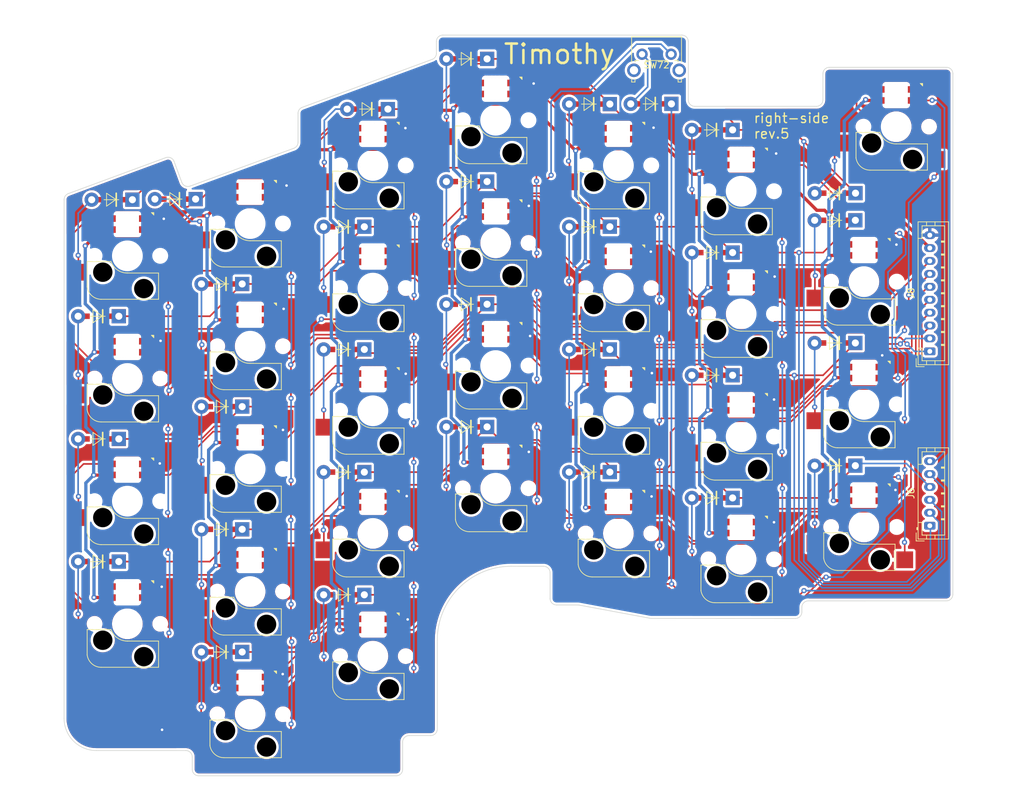
<source format=kicad_pcb>
(kicad_pcb (version 20211014) (generator pcbnew)
  (layers (0 "F.Cu" signal) (31 "B.Cu" signal) (34 "B.Paste" user) (35 "F.Paste" user) (36 "B.SilkS" user "B.Silkscreen") (37 "F.SilkS" user "F.Silkscreen") (38 "B.Mask" user) (39 "F.Mask" user) (44 "Edge.Cuts" user))
  (net 0 "")
  (net 1 "GND")
  (net 2 "Net-(D37-Pad2)")
  (net 3 "Net-(D38-Pad2)")
  (net 4 "Net-(D39-Pad2)")
  (net 5 "Net-(D40-Pad2)")
  (net 6 "Net-(D41-Pad2)")
  (net 7 "/C7")
  (net 8 "/VCC")
  (net 9 "/C6")
  (net 10 "/C2")
  (net 11 "Net-(D42-Pad2)")
  (net 12 "Net-(D43-Pad2)")
  (net 13 "Net-(D44-Pad2)")
  (net 14 "Net-(D45-Pad2)")
  (net 15 "Net-(D46-Pad2)")
  (net 16 "Net-(D47-Pad2)")
  (net 17 "Net-(D48-Pad2)")
  (net 18 "Net-(D49-Pad2)")
  (net 19 "Net-(D50-Pad2)")
  (net 20 "Net-(D51-Pad2)")
  (net 21 "Net-(D52-Pad2)")
  (net 22 "Net-(D53-Pad2)")
  (net 23 "Net-(D54-Pad2)")
  (net 24 "Net-(D55-Pad2)")
  (net 25 "Net-(D56-Pad2)")
  (net 26 "Net-(D57-Pad2)")
  (net 27 "/BACKLIGHT_IN")
  (net 28 "/C5")
  (net 29 "Net-(D60-Pad2)")
  (net 30 "Net-(D61-Pad2)")
  (net 31 "Net-(D59-Pad2)")
  (net 32 "Net-(D63-Pad2)")
  (net 33 "Net-(D64-Pad2)")
  (net 34 "Net-(D65-Pad2)")
  (net 35 "Net-(D66-Pad2)")
  (net 36 "Net-(D67-Pad2)")
  (net 37 "Net-(D68-Pad2)")
  (net 38 "Net-(D69-Pad2)")
  (net 39 "/C4")
  (net 40 "/C3")
  (net 41 "/BACKLIGHT_OUT")
  (net 42 "/C1")
  (net 43 "/R2")
  (net 44 "/R4")
  (net 45 "/R1")
  (net 46 "Net-(SW33-Pad4)")
  (net 47 "Net-(SW33-Pad6)")
  (net 48 "Net-(SW34-Pad4)")
  (net 49 "Net-(SW35-Pad4)")
  (net 50 "Net-(SW37-Pad6)")
  (net 51 "Net-(SW32-Pad4)")
  (net 52 "Net-(SW39-Pad4)")
  (net 53 "Net-(SW32-Pad6)")
  (net 54 "Net-(SW41-Pad6)")
  (net 55 "Net-(SW36-Pad6)")
  (net 56 "Net-(SW38-Pad4)")
  (net 57 "Net-(SW45-Pad6)")
  (net 58 "Net-(SW40-Pad6)")
  (net 59 "Net-(SW47-Pad4)")
  (net 60 "Net-(SW44-Pad6)")
  (net 61 "/R3")
  (net 62 "Net-(SW49-Pad6)")
  (net 63 "Net-(SW46-Pad4)")
  (net 64 "Net-(SW48-Pad6)")
  (net 65 "Net-(SW52-Pad4)")
  (net 66 "Net-(SW50-Pad4)")
  (net 67 "/R5")
  (net 68 "Net-(SW54-Pad6)")
  (net 69 "Net-(SW51-Pad4)")
  (net 70 "Net-(SW53-Pad6)")
  (net 71 "Net-(SW55-Pad4)")
  (net 72 "Net-(SW56-Pad4)")
  (net 73 "Net-(SW58-Pad6)")
  (net 74 "Net-(SW59-Pad6)")
  (net 75 "Net-(SW42-Pad4)")
  (net 76 "Net-(SW43-Pad4)")
  (footprint "keyboard:Diode" (layer "F.Cu") (at 131.109496 62.291727 180)
    (fp_text reference "D43" hide)
    (fp_text value "D")
  )
  (footprint "keyboard:MX_Socket_LED" (layer "F.Cu") (at 141.934496 76.291727)
    (fp_text reference "SW35" hide)
    (fp_text value "Key_Switch_with_LED" hide)
  )
  (footprint "keyboard:Diode" (layer "F.Cu") (at 121.642 39.259 180)
    (fp_text reference "D67" hide)
    (fp_text value "D")
  )
  (footprint "keyboard:Diode" (layer "F.Cu") (at 112.109496 96.291727 180)
    (fp_text reference "D48" hide)
    (fp_text value "D")
  )
  (footprint "keyboard:Diode" (layer "F.Cu") (at 55.201496 124.150727 180)
    (fp_text reference "D61" hide)
    (fp_text value "D")
  )
  (footprint "keyboard:Diode" (layer "F.Cu") (at 93.109496 32.291727 180)
    (fp_text reference "D49" hide)
    (fp_text value "D")
  )
  (footprint "keyboard:Diode" (layer "F.Cu") (at 131.109496 81.291727 180)
    (fp_text reference "D42" hide)
    (fp_text value "D")
  )
  (footprint "Connector_JST:JST_PH_B10B-PH-K_1x10_P2.00mm_Vertical" (layer "F.Cu") (at 161.634496 77.591727 90)
    (fp_text reference "J8")
    (fp_text value "Conn_01x10")
  )
  (footprint "keyboard:MX_Socket_LED" (layer "F.Cu") (at 65.934496 58.291727)
    (fp_text reference "SW48" hide)
    (fp_text value "Key_Switch_with_LED" hide)
  )
  (footprint "keyboard:Diode" (layer "F.Cu") (at 38.209496 54.100727 180)
    (fp_text reference "D65" hide)
    (fp_text value "D")
  )
  (footprint "keyboard:MX_Socket_LED" (layer "F.Cu") (at 103.934496 96.291727)
    (fp_text reference "SW41" hide)
    (fp_text value "Key_Switch_with_LED" hide)
  )
  (footprint "keyboard:Diode" (layer "F.Cu") (at 74.109496 96.291727 180)
    (fp_text reference "D57" hide)
    (fp_text value "D")
  )
  (footprint "keyboard:Diode" (layer "F.Cu") (at 131.109496 43.291727 180)
    (fp_text reference "D41" hide)
    (fp_text value "D")
  )
  (footprint "keyboard:Diode" (layer "F.Cu") (at 150.109496 57.291727 180)
    (fp_text reference "D39" hide)
    (fp_text value "D")
  )
  (footprint "keyboard:MX_Socket_LED" (layer "F.Cu") (at 65.934496 115.291727)
    (fp_text reference "SW52" hide)
    (fp_text value "Key_Switch_with_LED" hide)
  )
  (footprint "keyboard:MX_Socket_LED" (layer "F.Cu") (at 84.934496 89.291727)
    (fp_text reference "SW45" hide)
    (fp_text value "Key_Switch_with_LED" hide)
  )
  (footprint "keyboard:Diode" (layer "F.Cu") (at 55.201496 105.150727 180)
    (fp_text reference "D64" hide)
    (fp_text value "D")
  )
  (footprint "keyboard:Diode" (layer "F.Cu") (at 93.109496 70.291727 180)
    (fp_text reference "D50" hide)
    (fp_text value "D")
  )
  (footprint "keyboard:MX_Socket_LED" (layer "F.Cu") (at 27.934496 72.291727)
    (fp_text reference "SW58" hide)
    (fp_text value "Key_Switch_with_LED" hide)
  )
  (footprint "keyboard:MX_Socket_LED" (layer "F.Cu") (at 27.934496 110.291727)
    (fp_text reference "SW59" hide)
    (fp_text value "Key_Switch_with_LED" hide)
  )
  (footprint "keyboard:MX_Socket_LED" (layer "F.Cu") (at 122.934496 100.291727)
    (fp_text reference "SW37" hide)
    (fp_text value "Key_Switch_with_LED" hide)
  )
  (footprint "keyboard:Diode" (layer "F.Cu") (at 93.109496 89.291727 180)
    (fp_text reference "D52" hide)
    (fp_text value "D")
  )
  (footprint "keyboard:Diode" (layer "F.Cu") (at 74.109496 58.291727 180)
    (fp_text reference "D56" hide)
    (fp_text value "D")
  )
  (footprint "keyboard:MX_Socket_LED" (layer "F.Cu") (at 27.934496 53.291727)
    (fp_text reference "SW60" hide)
    (fp_text value "Key_Switch_with_LED" hide)
  )
  (footprint "keyboard:MX_Socket_LED" (layer "F.Cu") (at 46.934496 86.291727)
    (fp_text reference "SW56" hide)
    (fp_text value "Key_Switch_with_LED" hide)
  )
  (footprint "keyboard:MX_Socket_LED" (layer "F.Cu") (at 46.934496 48.291727)
    (fp_text reference "SW55" hide)
    (fp_text value "Key_Switch_with_LED" hide)
  )
  (footprint "keyboard:Diode" (layer "F.Cu") (at 112.109496 58.291727 180)
    (fp_text reference "D47" hide)
    (fp_text value "D")
  )
  (footprint "keyboard:MX_Socket_LED" (layer "F.Cu") (at 146.934496 33.291727)
    (fp_text reference "SW34" hide)
    (fp_text value "Key_Switch_with_LED" hide)
  )
  (footprint "keyboard:MX_Socket_LED" (layer "F.Cu") (at 103.934496 39.291727)
    (fp_text reference "SW42" hide)
    (fp_text value "Key_Switch_with_LED" hide)
  )
  (footprint "keyboard:MX_Socket_LED" (layer "F.Cu") (at 103.934496 77.291727)
    (fp_text reference "SW43" hide)
    (fp_text value "Key_Switch_with_LED" hide)
  )
  (footprint "keyboard:Diode" (layer "F.Cu") (at 93.109496 51.291727 180)
    (fp_text reference "D51" hide)
    (fp_text value "D")
  )
  (footprint "keyboard:MX_Socket_LED" (layer "F.Cu") (at 122.934496 81.291727)
    (fp_text reference "SW39" hide)
    (fp_text value "Key_Switch_with_LED" hide)
  )
  (footprint "keyboard:MX_Socket_LED" (layer "F.Cu") (at 27.934496 91.291727)
    (fp_text reference "SW61" hide)
    (fp_text value "Key_Switch_with_LED" hide)
  )
  (footprint "keyboard:Diode" (layer "F.Cu") (at 112.109496 77.291727 180)
    (fp_text reference "D46" hide)
    (fp_text value "D")
  )
  (footprint "keyboard:MX_Socket_LED" (layer "F.Cu") (at 65.934496 77.291727)
    (fp_text reference "SW51" hide)
    (fp_text value "Key_Switch_with_LED" hide)
  )
  (footprint "keyboard:Diode" (layer "F.Cu") (at 150.109496 76.291727 180)
    (fp_text reference "D38" hide)
    (fp_text value "D")
  )
  (footprint "keyboard:Diode" (layer "F.Cu") (at 55.201496 67.150727 180)
    (fp_text reference "D63" hide)
    (fp_text value "D")
  )
  (footprint "keyboard:MX_Socket_LED" (layer "F.Cu") (at 46.934496 124.291727)
    (fp_text reference "SW57" hide)
    (fp_text value "Key_Switch_with_LED" hide)
  )
  (footprint "keyboard:Diode" (layer "F.Cu") (at 150.109496 95.291727 180)
    (fp_text reference "D40" hide)
    (fp_text value "D")
  )
  (footprint "keyboard:Diode" (layer "F.Cu") (at 131.109496 100.291727 180)
    (fp_text reference "D44" hide)
    (fp_text value "D")
  )
  (footprint "keyboard:MX_Socket_LED" (layer "F.Cu") (at 84.934496 32.291727)
    (fp_text reference "SW46" hide)
    (fp_text value "Key_Switch_with_LED" hide)
  )
  (footprint "keyboard:MX_Socket_LED" (layer "F.Cu") (at 141.934496 95.291727)
    (fp_text reference "SW33" hide)
    (fp_text value "Key_Switch_with_LED" hide)
  )
  (footprint "keyboard:Diode" (layer "F.Cu") (at 55.201496 86.150727 180)
    (fp_text reference "D60" hide)
    (fp_text value "D")
  )
  (footprint "Connector_JST:JST_PH_B6B-PH-K_1x06_P2.00mm_Vertical" (layer "F.Cu") (at 161.634496 104.591727 90)
    (fp_text reference "J6")
    (fp_text value "Conn_01x06")
  )
  (footprint "keyboard:Diode" (layer "F.Cu") (at 36.109496 91.150727 180)
    (fp_text reference "D66" hide)
    (fp_text value "D")
  )
  (footprint "keyboard:MX_Socket_LED" (layer "F.Cu") (at 65.934496 96.291727)
    (fp_text reference "SW49" hide)
    (fp_text value "Key_Switch_with_LED" hide)
  )
  (footprint "keyboard:Diode" (layer "F.Cu") (at 36.109496 110.150727 180)
    (fp_text reference "D69" hide)
    (fp_text value "D")
  )
  (footprint "keyboard:Diode" (layer "F.Cu") (at 112.109496 39.291727 180)
    (fp_text reference "D45" hide)
    (fp_text value "D")
  )
  (footprint "keyboard:Diode" (layer "F.Cu") (at 77.759496 40.066727 180)
    (fp_text reference "D53" hide)
    (fp_text value "D")
  )
  (footprint "keyboard:Diode" (layer "F.Cu") (at 74.109496 115.291727 180)
    (fp_text reference "D55" hide)
    (fp_text value "D")
  )
  (footprint "keyboard:Diode" (layer "F.Cu") (at 36.109496 72.150727 180)
    (fp_text reference "D68" hide)
    (fp_text value "D")
  )
  (footprint "keyboard:Diode" (layer "F.Cu") (at 47.992 54.009 180)
    (fp_text reference "D59" hide)
    (fp_text value "D")
  )
  (footprint "keyboard:Diode" (layer "F.Cu") (at 74.109496 77.291727 180)
    (fp_text reference "D54" hide)
    (fp_text value "D")
  )
  (footprint "keyboard:MX_Socket_LED" (layer "F.Cu") (at 65.934496 39.291727)
    (fp_text reference "SW50" hide)
    (fp_text value "Key_Switch_with_LED" hide)
  )
  (footprint "keyboard:MX_Socket_LED" (layer "F.Cu") (at 122.934496 43.291727)
    (fp_text reference "SW38" hide)
    (fp_text value "Key_Switch_with_LED" hide)
  )
  (footprint "keyboard:MX_Socket_LED" (layer "F.Cu") (at 122.934496 62.291727)
    (fp_text reference "SW36" hide)
    (fp_text value "Key_Switch_with_LED" hide)
  )
  (footprint "keyboard:MX_Socket_LED" (layer "F.Cu") (at 46.934496 67.291727)
    (fp_text reference "SW53" hide)
    (fp_text value "Key_Switch_with_LED" hide)
  )
  (footprint "keyboard:MX_Socket_LED" (layer "F.Cu") (at 103.934496 58.291727)
    (fp_text reference "SW40" hide)
    (fp_text value "Key_Switch_with_LED" hide)
  )
  (footprint "keyboard:Diode" (layer "F.Cu") (at 150.134496 53.091727 180)
    (fp_text reference "D37" hide)
    (fp_text value "D")
  )
  (footprint "keyboard:MX_Socket_LED" (layer "F.Cu") (at 84.934496 51.291727)
    (fp_text reference "SW44" hide)
    (fp_text value "Key_Switch_with_LED" hide)
  )
  (footprint "Button_Switch_THT:SW_Tactile_SPST_Angled_PTS645Vx83-2LFS" (layer "F.Cu") (at 117.092 31.5715)
    (fp_text reference "SW72")
    (fp_text value "SW_Push")
  )
  (footprint "keyboard:MX_Socket_LED" (layer "F.Cu") (at 141.934496 57.291727)
    (fp_text reference "SW32" hide)
    (fp_text value "Key_Switch_with_LED" hide)
  )
  (footprint "keyboard:MX_Socket_LED" (layer "F.Cu") (at 84.934496 70.291727)
    (fp_text reference "SW47" hide)
    (fp_text value "Key_Switch_with_LED" hide)
  )
  (footprint "keyboard:MX_Socket_LED" (layer "F.Cu") (at 46.934496 105.291727)
    (fp_text reference "SW54" hide)
    (fp_text value "Key_Switch_with_LED" hide)
  )
  (gr_line (start 80.042496 142.334427) (end 80.042495 138.088527) (layer "Edge.Cuts") (width 0.1))
  (gr_arc (start 43.381496 47.583227) (mid 44.14816 47.612576) (end 44.666496 48.178228) (layer "Edge.Cuts") (width 0.1))
  (gr_line (start 103.855147 116.866641) (end 107.152147 116.866402) (layer "Edge.Cuts") (width 0.1))
  (gr_line (start 165.208896 34.591228) (end 165.200044 115.236402) (layer "Edge.Cuts") (width 0.1))
  (gr_arc (start 101.860044 110.876402) (mid 102.566425 111.171013) (end 102.857596 111.87882) (layer "Edge.Cuts") (width 0.1))
  (gr_line (start 63.193495 46.134228) (end 47.135496 51.993228) (layer "Edge.Cuts") (width 0.1))
  (gr_line (start 144.089899 39.631955) (end 125.24905 39.63478) (layer "Edge.Cuts") (width 0.1))
  (gr_line (start 124.251498 38.631922) (end 124.251596 29.608227) (layer "Edge.Cuts") (width 0.1))
  (gr_arc (start 80.042495 138.088527) (mid 80.336668 137.386259) (end 81.040496 137.095839) (layer "Edge.Cuts") (width 0.1))
  (gr_arc (start 118.485471 118.943715) (mid 118.395979 118.939693) (end 118.307208 118.927658) (layer "Edge.Cuts") (width 0.1))
  (gr_arc (start 107.152147 116.866402) (mid 107.241638 116.870424) (end 107.330408 116.882458) (layer "Edge.Cuts") (width 0.1))
  (gr_arc (start 165.200044 115.236402) (mid 164.907864 115.941786) (end 164.20248 116.233966) (layer "Edge.Cuts") (width 0.1))
  (gr_line (start 123.249196 28.606227) (end 86.248496 28.606228) (layer "Edge.Cuts") (width 0.1))
  (gr_line (start 146.082765 33.593684) (end 164.206496 33.594227) (layer "Edge.Cuts") (width 0.1))
  (gr_line (start 32.620044 139.416402) (end 46.476496 139.414228) (layer "Edge.Cuts") (width 0.1))
  (gr_arc (start 85.264495 31.428227) (mid 85.086525 31.997324) (end 84.616496 32.364227) (layer "Edge.Cuts") (width 0.1))
  (gr_line (start 43.381496 47.583227) (end 28.288496 53.154228) (layer "Edge.Cuts") (width 0.1))
  (gr_arc (start 125.249097 39.634922) (mid 124.541891 39.340703) (end 124.251498 38.631922) (layer "Edge.Cuts") (width 0.1))
  (gr_line (start 142.827621 116.236402) (end 164.20248 116.233966) (layer "Edge.Cuts") (width 0.1))
  (gr_arc (start 85.400044 136.096402) (mid 85.097151 136.807651) (end 84.380044 137.096402) (layer "Edge.Cuts") (width 0.1))
  (gr_arc (start 85.255495 29.603227) (mid 85.546218 28.899771) (end 86.248496 28.606228) (layer "Edge.Cuts") (width 0.1))
  (gr_line (start 96.872043 110.874402) (end 101.860044 110.876402) (layer "Edge.Cuts") (width 0.1))
  (gr_arc (start 123.249196 28.606227) (mid 123.959381 28.898048) (end 124.251572 29.608082) (layer "Edge.Cuts") (width 0.1))
  (gr_arc (start 32.620044 139.416402) (mid 29.092518 137.949041) (end 27.632225 134.418583) (layer "Edge.Cuts") (width 0.1))
  (gr_line (start 141.830044 117.229132) (end 141.830044 117.963668) (layer "Edge.Cuts") (width 0.1))
  (gr_arc (start 63.844495 40.722228) (mid 64.024194 40.155787) (end 64.493495 39.791227) (layer "Edge.Cuts") (width 0.1))
  (gr_line (start 85.264495 31.428227) (end 85.255495 29.603227) (layer "Edge.Cuts") (width 0.1))
  (gr_arc (start 141.830044 117.963668) (mid 141.536858 118.66664) (end 140.832467 118.956402) (layer "Edge.Cuts") (width 0.1))
  (gr_arc (start 145.087474 38.639221) (mid 144.79427 39.342149) (end 144.089899 39.631955) (layer "Edge.Cuts") (width 0.1))
  (gr_line (start 118.485471 118.943715) (end 140.832467 118.956402) (layer "Edge.Cuts") (width 0.1))
  (gr_line (start 81.040496 137.095827) (end 84.380044 137.096402) (layer "Edge.Cuts") (width 0.1))
  (gr_arc (start 85.400044 122.346402) (mid 88.760115 114.234473) (end 96.872043 110.874402) (layer "Edge.Cuts") (width 0.1))
  (gr_arc (start 164.206496 33.594227) (mid 164.914964 33.884337) (end 165.208896 34.591228) (layer "Edge.Cuts") (width 0.1))
  (gr_arc (start 46.476496 139.414228) (mid 47.183417 139.7082) (end 47.473496 140.416728) (layer "Edge.Cuts") (width 0.1))
  (gr_arc (start 48.476349 143.327204) (mid 47.765927 143.035039) (end 47.473495 142.324727) (layer "Edge.Cuts") (width 0.1))
  (gr_arc (start 47.135496 51.993228) (mid 46.371067 51.961592) (end 45.854496 51.397228) (layer "Edge.Cuts") (width 0.1))
  (gr_line (start 47.473496 140.416728) (end 47.473495 142.324727) (layer "Edge.Cuts") (width 0.1))
  (gr_line (start 27.639496 54.090228) (end 27.632225 134.418583) (layer "Edge.Cuts") (width 0.1))
  (gr_arc (start 141.830044 117.229132) (mid 142.123232 116.526162) (end 142.827621 116.236402) (layer "Edge.Cuts") (width 0.1))
  (gr_line (start 102.857596 111.87882) (end 102.857595 115.864219) (layer "Edge.Cuts") (width 0.1))
  (gr_line (start 63.844496 45.201227) (end 63.844495 40.722228) (layer "Edge.Cuts") (width 0.1))
  (gr_arc (start 103.855147 116.866641) (mid 103.148763 116.57203) (end 102.857595 115.864219) (layer "Edge.Cuts") (width 0.1))
  (gr_line (start 45.854496 51.397228) (end 44.666496 48.178228) (layer "Edge.Cuts") (width 0.1))
  (gr_line (start 145.087474 38.639221) (end 145.090044 34.586402) (layer "Edge.Cuts") (width 0.1))
  (gr_line (start 84.616496 32.364227) (end 64.493495 39.791227) (layer "Edge.Cuts") (width 0.1))
  (gr_line (start 118.307208 118.927658) (end 107.330408 116.882458) (layer "Edge.Cuts") (width 0.1))
  (gr_arc (start 63.844496 45.201227) (mid 63.664587 45.769314) (end 63.193495 46.134228) (layer "Edge.Cuts") (width 0.1))
  (gr_arc (start 27.639496 54.090228) (mid 27.817772 53.52084) (end 28.288496 53.154228) (layer "Edge.Cuts") (width 0.1))
  (gr_arc (start 80.042496 142.334427) (mid 79.750065 143.035034) (end 79.049349 143.327203) (layer "Edge.Cuts") (width 0.1))
  (gr_line (start 85.400044 136.096402) (end 85.400044 122.346402) (layer "Edge.Cuts") (width 0.1))
  (gr_line (start 48.476495 143.327228) (end 79.049495 143.327228) (layer "Edge.Cuts") (width 0.1))
  (gr_arc (start 145.090044 34.586402) (mid 145.382219 33.885857) (end 146.082765 33.593684) (layer "Edge.Cuts") (width 0.1))
  (gr_text "Timothy" (at 104.3 31.55) (layer "F.SilkS") (effects (font (size 3 3) (thickness 0.4))))
  (gr_text "right-side\nrev.5" (at 134.275 42.675) (layer "F.SilkS") (effects (font (size 1.5 1.5) (thickness 0.2)) (justify left)))
  (via (at 137.517 104.059) (size 0.8) (drill 0.4) (layers "F.Cu" "B.Cu") (net 1))
  (via (at 137.85 46.95) (size 0.8) (drill 0.4) (layers "F.Cu" "B.Cu") (net 1))
  (via (at 43.067 57.059) (size 0.8) (drill 0.4) (layers "F.Cu" "B.Cu") (net 1))
  (via (at 118.567 100.059) (size 0.8) (drill 0.4) (layers "F.Cu" "B.Cu") (net 1))
  (via (at 42.75 114.05) (size 0.8) (drill 0.4) (layers "F.Cu" "B.Cu") (net 1))
  (via (at 42.567 75.959) (size 0.8) (drill 0.4) (layers "F.Cu" "B.Cu") (net 1))
  (via (at 42.8 136.2) (size 0.8) (drill 0.4) (layers "F.Cu" "B.Cu") (net 1))
  (via (at 118.875 42.95) (size 0.8) (drill 0.4) (layers "F.Cu" "B.Cu") (net 1))
  (via (at 42.45 94.95) (size 0.8) (drill 0.4) (layers "F.Cu" "B.Cu") (net 1))
  (via (at 80.517 81.059) (size 0.8) (drill 0.4) (layers "F.Cu" "B.Cu") (net 1))
  (via (at 61.617 71.009) (size 0.8) (drill 0.4) (layers "F.Cu" "B.Cu") (net 1))
  (via (at 100.317 36.109) (size 0.8) (drill 0.4) (layers "F.Cu" "B.Cu") (net 1))
  (via (at 118.45 62.15) (size 0.8) (drill 0.4) (layers "F.Cu" "B.Cu") (net 1))
  (via (at 62.067 51.909) (size 0.8) (drill 0.4) (layers "F.Cu" "B.Cu") (net 1))
  (via (at 80.467 43.009) (size 0.8) (drill 0.4) (layers "F.Cu" "B.Cu") (net 1))
  (via (at 137.525 85.05) (size 0.8) (drill 0.4) (layers "F.Cu" "B.Cu") (net 1))
  (via (at 80.667 100.009) (size 0.8) (drill 0.4) (layers "F.Cu" "B.Cu") (net 1))
  (via (at 99.567 55.059) (size 0.8) (drill 0.4) (layers "F.Cu" "B.Cu") (net 1))
  (via (at 118.617 80.959) (size 0.8) (drill 0.4) (layers "F.Cu" "B.Cu") (net 1))
  (via (at 61.517 89.759) (size 0.8) (drill 0.4) (layers "F.Cu" "B.Cu") (net 1))
  (via (at 156.467 61.059) (size 0.8) (drill 0.4) (layers "F.Cu" "B.Cu") (net 1))
  (via (at 137.617 66.009) (size 0.8) (drill 0.4) (layers "F.Cu" "B.Cu") (net 1))
  (via (at 61.475 127.575) (size 0.8) (drill 0.4) (layers "F.Cu" "B.Cu") (net 1))
  (via (at 99.767 75.209) (size 0.8) (drill 0.4) (layers "F.Cu" "B.Cu") (net 1))
  (via (at 80.817 119.109) (size 0.8) (drill 0.4) (layers "F.Cu" "B.Cu") (net 1))
  (via (at 156.317 99.059) (size 0.8) (drill 0.4) (layers "F.Cu" "B.Cu") (net 1))
  (via (at 154.267 78.209) (size 0.8) (drill 0.4) (layers "F.Cu" "B.Cu") (net 1))
  (via (at 99.567 93.159) (size 0.8) (drill 0.4) (layers "F.Cu" "B.Cu") (net 1))
  (segment (start 147.568273 45.331727) (end 148.849496 45.331727) (width 0.25) (layer "F.Cu") (net 2))
  (segment (start 146.9 46) (end 147.568273 45.331727) (width 0.25) (layer "F.Cu") (net 2))
  (segment (start 146.9 48.1) (end 146.9 46) (width 0.25) (layer "F.Cu") (net 2))
  (via (at 146.9 48.1) (size 0.8) (drill 0.4) (layers "F.Cu" "B.Cu") (net 2))
  (segment (start 146.9 48.1) (end 146.9 50.026223) (width 0.25) (layer "B.Cu") (net 2))
  (segment (start 146.9 50.026223) (end 143.834496 53.091727) (width 0.25) (layer "B.Cu") (net 2))
  (segment (start 143.817 86.209) (end 143.849496 86.241496) (width 0.25) (layer "F.Cu") (net 3))
  (segment (start 143.849496 86.241496) (end 143.849496 88.331727) (width 0.25) (layer "F.Cu") (net 3))
  (via (at 143.817 86.209) (size 0.8) (drill 0.4) (layers "F.Cu" "B.Cu") (net 3))
  (segment (start 143.817 86.209) (end 143.809496 86.201496) (width 0.25) (layer "B.Cu") (net 3))
  (segment (start 143.809496 86.201496) (end 143.809496 76.291727) (width 0.25) (layer "B.Cu") (net 3))
  (segment (start 143.849496 65.926504) (end 143.849496 69.331727) (width 0.25) (layer "F.Cu") (net 4))
  (segment (start 143.917 65.859) (end 143.849496 65.926504) (width 0.25) (layer "F.Cu") (net 4))
  (via (at 143.917 65.859) (size 0.8) (drill 0.4) (layers "F.Cu" "B.Cu") (net 4))
  (segment (start 143.809496 65.751496) (end 143.917 65.859) (width 0.25) (layer "B.Cu") (net 4))
  (segment (start 143.809496 57.291727) (end 143.809496 65.751496) (width 0.25) (layer "B.Cu") (net 4))
  (segment (start 143.849496 104.241496) (end 143.849496 107.331727) (width 0.25) (layer "F.Cu") (net 5))
  (segment (start 143.817 104.209) (end 143.849496 104.241496) (width 0.25) (layer "F.Cu") (net 5))
  (via (at 143.817 104.209) (size 0.8) (drill 0.4) (layers "F.Cu" "B.Cu") (net 5))
  (segment (start 143.809496 104.201496) (end 143.817 104.209) (width 0.25) (layer "B.Cu") (net 5))
  (segment (start 143.809496 95.291727) (end 143.809496 104.201496) (width 0.25) (layer "B.Cu") (net 5))
  (segment (start 124.817 52.509) (end 124.849496 52.541496) (width 0.25) (layer "F.Cu") (net 6))
  (segment (start 124.849496 52.541496) (end 124.849496 55.331727) (width 0.25) (layer "F.Cu") (net 6))
  (via (at 124.817 52.509) (size 0.8) (drill 0.4) (layers "F.Cu" "B.Cu") (net 6))
  (segment (start 124.809496 43.291727) (end 124.809496 52.501496) (width 0.25) (layer "B.Cu") (net 6))
  (segment (start 124.809496 52.501496) (end 124.817 52.509) (width 0.25) (layer "B.Cu") (net 6))
  (segment (start 162.8 50.1) (end 162.8 50) (width 0.25) (layer "F.Cu") (net 7))
  (segment (start 157.717 107.159) (end 157.749496 107.191496) (width 0.25) (layer "F.Cu") (net 7))
  (segment (start 157.749496 88.041496) (end 157.749496 90.871727) (width 0.25) (layer "F.Cu") (net 7))
  (segment (start 157.717 74.359) (end 157.749496 74.326504) (width 0.25) (layer "F.Cu") (net 7))
  (segment (start 158.367112 68.859112) (end 158.367112 69.658888) (width 0.25) (layer "F.Cu") (net 7))
  (segment (start 157.717 88.009) (end 157.749496 88.041496) (width 0.25) (layer "F.Cu") (net 7))
  (segment (start 158.367112 69.658888) (end 157.749496 70.276504) (width 0.25) (layer "F.Cu") (net 7))
  (segment (start 157.749496 90.871727) (end 157.749496 95.891496) (width 0.25) (layer "F.Cu") (net 7))
  (segment (start 162.3 50.6) (end 162.8 50.1) (width 0.25) (layer "F.Cu") (net 7))
  (segment (start 162.749496 49.949496) (end 162.749496 47.871727) (width 0.25) (layer "F.Cu") (net 7))
  (segment (start 161.634496 65.591727) (end 158.367112 68.859112) (width 0.25) (layer "F.Cu") (net 7))
  (segment (start 157.749496 95.891496) (end 157.767 95.909) (width 0.25) (layer "F.Cu") (net 7))
  (segment (start 157.749496 70.276504) (end 157.749496 71.871727) (width 0.25) (layer "F.Cu") (net 7))
  (segment (start 162.8 50) (end 162.749496 49.949496) (width 0.25) (layer "F.Cu") (net 7))
  (segment (start 157.749496 107.191496) (end 157.749496 109.871727) (width 0.25) (layer "F.Cu") (net 7))
  (segment (start 157.749496 74.326504) (end 157.749496 71.871727) (width 0.25) (layer "F.Cu") (net 7))
  (via (at 162.3 50.6) (size 0.8) (drill 0.4) (layers "F.Cu" "B.Cu") (net 7))
  (via (at 157.717 107.159) (size 0.8) (drill 0.4) (layers "F.Cu" "B.Cu") (net 7))
  (via (at 157.717 74.359) (size 0.8) (drill 0.4) (layers "F.Cu" "B.Cu") (net 7))
  (via (at 158.367112 68.859112) (size 0.8) (drill 0.4) (layers "F.Cu" "B.Cu") (net 7))
  (via (at 157.767 95.909) (size 0.8) (drill 0.4) (layers "F.Cu" "B.Cu") (net 7))
  (via (at 157.717 88.009) (size 0.8) (drill 0.4) (layers "F.Cu" "B.Cu") (net 7))
  (segment (start 157.817 87.909) (end 157.717 88.009) (width 0.25) (layer "B.Cu") (net 7))
  (segment (start 157.767 107.109) (end 157.717 107.159) (width 0.25) (layer "B.Cu") (net 7))
  (segment (start 162.3 50.626) (end 158.367 54.559) (width 0.25) (layer "B.Cu") (net 7))
  (segment (start 157.717 74.359) (end 156.317 75.759) (width 0.25) (layer "B.Cu") (net 7))
  (segment (start 162.3 50.6) (end 162.3 50.626) (width 0.25) (layer "B.Cu") (net 7))
  (segment (start 157.767 95.909) (end 157.767 107.109) (width 0.25) (layer "B.Cu") (net 7))
  (segment (start 157.817 78.259) (end 157.817 87.909) (width 0.25) (layer "B.Cu") (net 7))
  (segment (start 156.317 76.759) (end 157.817 78.259) (width 0.25) (layer "B.Cu") (net 7))
  (segment (start 158.367 54.559) (end 158.367 68.859) (width 0.25) (layer "B.Cu") (net 7))
  (segment (start 158.367 68.859) (end 158.367112 68.859112) (width 0.25) (layer "B.Cu") (net 7))
  (segment (start 156.317 75.759) (end 156.317 76.759) (width 0.25) (layer "B.Cu") (net 7))
  (segment (start 51.167 91.709) (end 53.615769 91.709) (width 0.5) (layer "F.Cu") (net 8))
  (segment (start 34.603223 96.759) (end 34.634496 96.727727) (width 0.5) (layer "F.Cu") (net 8))
  (segment (start 70.317 63.709) (end 72.615769 63.709) (width 0.5) (layer "F.Cu") (net 8))
  (segment (start 53.603223 110.759) (end 53.634496 110.727727) (width 0.5) (layer "F.Cu") (net 8))
  (segment (start 147.067 55.359) (end 146.017 56.409) (width 0.5) (layer "F.Cu") (net 8))
  (segment (start 108.117 82.709) (end 110.615769 82.709) (width 0.5) (layer "F.Cu") (net 8))
  (segment (start 32.217 96.759) (end 34.603223 96.759) (width 0.5) (layer "F.Cu") (net 8))
  (segment (start 161.634496 61.591727) (end 155.401769 55.359) (width 0.5) (layer "F.Cu") (net 8))
  (segment (start 91.603223 56.759) (end 91.634496 56.727727) (width 0.5) (layer "F.Cu") (net 8))
  (segment (start 91.628068 75.721299) (end 91.634496 75.727727) (width 0.5) (layer "F.Cu") (net 8))
  (segment (start 72.615769 63.709) (end 72.634496 63.727727) (width 0.5) (layer "F.Cu") (net 8))
  (segment (start 61.714172 55.175) (end 64.917 51.972172) (width 0.5) (layer "F.Cu") (net 8))
  (segment (start 106.817 46.509) (end 107.117 46.209) (width 0.5) (layer "F.Cu") (net 8))
  (segment (start 91.603223 94.759) (end 91.634496 94.727727) (width 0.5) (layer "F.Cu") (net 8))
  (segment (start 89.267 56.759) (end 91.603223 56.759) (width 0.5) (layer "F.Cu") (net 8))
  (segment (start 148.565769 81.659) (end 148.634496 81.727727) (width 0.5) (layer "F.Cu") (net 8))
  (segment (start 108.367 101.759) (end 110.603223 101.759) (width 0.5) (layer "F.Cu") (net 8))
  (segment (start 88.584274 39.291726) (end 99.599726 39.291726) (width 0.5) (layer "F.Cu") (net 8))
  (segment (start 68.934497 46.291503) (end 79.934497 46.291503) (width 0.5) (layer "F.Cu") (net 8))
  (segment (start 108.598273 44.727727) (end 106.817 46.509) (width 0.5) (layer "F.Cu") (net 8))
  (segment (start 79.934497 46.291503) (end 85.967 40.259) (width 0.5) (layer "F.Cu") (net 8))
  (segment (start 51.067 129.759) (end 53.603223 129.759) (width 0.5) (layer "F.Cu") (net 8))
  (segment (start 146.917 81.659) (end 148.565769 81.659) (width 0.5) (layer "F.Cu") (net 8))
  (segment (start 127.267 86.709) (end 129.615769 86.709) (width 0.5) (layer "F.Cu") (net 8))
  (segment (start 129.615769 67.709) (end 129.634496 67.727727) (width 0.5) (layer "F.Cu") (net 8))
  (segment (start 32.026 60.15) (end 44.326 60.15) (width 0.5) (layer "F.Cu") (net 8))
  (segment (start 70.317 101.759) (end 72.603223 101.759) (width 0.5) (layer "F.Cu") (net 8))
  (segment (start 51.117 110.759) (end 53.603223 110.759) (width 0.5) (layer "F.Cu") (net 8))
  (segment (start 53.603223 129.759) (end 53.634496 129.727727) (width 0.5) (layer "F.Cu") (net 8))
  (segment (start 70.067 82.759) (end 72.603223 82.759) (width 0.5) (layer "F.Cu") (net 8))
  (segment (start 34.634496 58.727727) (end 33.448273 58.727727) (width 0.5) (layer "F.Cu") (net 8))
  (segment (start 129.634496 48.727727) (end 127.398273 48.727727) (width 0.5) (layer "F.Cu") (net 8))
  (segment (start 110.603223 101.759) (end 110.634496 101.727727) (width 0.5) (layer "F.Cu") (net 8))
  (segment (start 148.615769 100.709) (end 148.634496 100.727727) (width 0.5) (layer "F.Cu") (net 8))
  (segment (start 87.917 39.959) (end 88.584274 39.291726) (width 0.5) (layer "F.Cu") (net 8))
  (segment (start 129.615769 105.709) (end 129.634496 105.727727) (width 0.5) (layer "F.Cu") (net 8))
  (segment (start 53.634496 53.727727) (end 52.648273 53.727727) (width 0.5) (layer "F.Cu") (net 8))
  (segment (start 125.967 50.159) (end 138.567 50.159) (width 0.5) (layer "F.Cu") (net 8))
  (segment (start 146.398273 62.727727) (end 146.017 63.109) (width 0.5) (layer "F.Cu") (net 8))
  (segment (start 51.167 72.709) (end 53.615769 72.709) (width 0.5) (layer "F.Cu") (net 8))
  (segment (start 148.634496 62.727727) (end 146.398273 62.727727) (width 0.5) (layer "F.Cu") (net 8))
  (segment (start 110.634496 44.727727) (end 108.598273 44.727727) (width 0.5) (layer "F.Cu") (net 8))
  (segment (start 87.617 40.259) (end 87.917 39.959) (width 0.5) (layer "F.Cu") (net 8))
  (segment (start 155.401769 55.359) (end 147.067 55.359) (width 0.5) (layer "F.Cu") (net 8))
  (segment (start 151.827727 38.727727) (end 153.634496 38.727727) (width 0.5) (layer "F.Cu") (net 8))
  (segment (start 64.917 51.972172) (end 64.917 48.509) (width 0.5) (layer "F.Cu") (net 8))
  (segment (start 146.717 100.709) (end 148.615769 100.709) (width 0.5) (layer "F.Cu") (net 8))
  (segment (start 53.615769 91.709) (end 53.634496 91.727727) (width 0.5) (layer "F.Cu") (net 8))
  (segment (start 30.917 61.259) (end 32.026 60.15) (width 0.5) (layer "F.Cu") (net 8))
  (segment (start 72.603223 101.759) (end 72.634496 101.727727) (width 0.5) (layer "F.Cu") (net 8))
  (segment (start 64.917 48.509) (end 67.067 46.359) (width 0.5) (layer "F.Cu") (net 8))
  (segment (start 44.326 60.15) (end 47.867 56.609) (width 0.5) (layer "F.Cu") (net 8))
  (segment (start 70.267 120.709) (end 72.615769 120.709) (width 0.5) (layer "F.Cu") (net 8))
  (segment (start 144.149727 55.741727) (end 145.349727 55.741727) (width 0.5) (layer "F.Cu") (net 8))
  (segment (start 107.117 46.209) (end 121.017 46.209) (width 0.5) (layer "F.Cu") (net 8))
  (segment (start 89.517 94.759) (end 91.603223 94.759) (width 0.5) (layer "F.Cu") (net 8))
  (segment (start 72.634496 44.727727) (end 70.498273 44.727727) (width 0.5) (layer "F.Cu") (net 8))
  (segment (start 108.317 63.709) (end 110.615769 63.709) (width 0.5) (layer "F.Cu") (net 8))
  (segment (start 145.349727 55.741727) (end 146.017 56.409) (width 0.5) (layer "F.Cu") (net 8))
  (segment (start 72.615769 120.709) (end 72.634496 120.727727) (width 0.5) (layer "F.Cu") (net 8))
  (segment (start 33.448273 58.727727) (end 30.917 61.259) (width 0.5) (layer "F.Cu") (net 8))
  (segment (start 47.867 56.609) (end 49.767 56.609) (width 0.5) (layer "F.Cu") (net 8))
  (segment (start 70.498273 44.727727) (end 68.867 46.359) (width 0.5) (layer "F.Cu") (net 8))
  (segment (start 67.067 46.359) (end 68.867 46.359) (width 0.5) (layer "F.Cu") (net 8))
  (segment (start 124.967 50.159) (end 125.967 50.159) (width 0.5) (layer "F.Cu") (net 8))
  (segment (start 99.599726 39.291726) (end 106.817 46.509) (width 0.5) (layer "F.Cu") (net 8))
  (segment (start 53.615769 72.709) (end 53.634496 72.727727) (width 0.5) (layer "F.Cu") (net 8))
  (segment (start 49.767 56.609) (end 51.201 55.175) (width 0.5) (layer "F.Cu") (net 8))
  (segment (start 138.567 50.159) (end 144.149727 55.741727) (width 0.5) (layer "F.Cu") (net 8))
  (segment (start 110.615769 63.709) (end 110.634496 63.727727) (width 0.5) (layer "F.Cu") (net 8))
  (segment (start 110.615769 82.709) (end 110.634496 82.727727) (width 0.5) (layer "F.Cu") (net 8))
  (segment (start 51.201 55.175) (end 61.714172 55.175) (width 0.5) (layer "F.Cu") (net 8))
  (segment (start 34.615769 115.709) (end 34.634496 115.727727) (width 0.5) (layer "F.Cu") (net 8))
  (segment (start 127.267 67.709) (end 129.615769 67.709) (width 0.5) (layer "F.Cu") (net 8))
  (segment (start 91.634496 37.727727) (end 90.148273 37.727727) (width 0.5) (layer "F.Cu") (net 8))
  (segment (start 68.867 46.359) (end 68.934497 46.291503) (width 0.5) (layer "F.Cu") (net 8))
  (segment (start 90.148273 37.727727) (end 87.917 39.959) (width 0.5) (layer "F.Cu") (net 8))
  (segment (start 34.615769 77.709) (end 34.634496 77.727727) (width 0.5) (layer "F.Cu") (net 8))
  (segment (start 121.017 46.209) (end 124.967 50.159) (width 0.5) (layer "F.Cu") (net 8))
  (segment (start 32.267 115.709) (end 34.615769 115.709) (width 0.5) (layer "F.Cu") (net 8))
  (segment (start 85.967 40.259) (end 87.617 40.259) (width 0.5) (layer "F.Cu") (net 8))
  (segment (start 72.603223 82.759) (end 72.634496 82.727727) (width 0.5) (layer "F.Cu") (net 8))
  (segment (start 32.317 77.709) (end 34.615769 77.709) (width 0.5) (layer "F.Cu") (net 8))
  (segment (start 89.729299 75.721299) (end 91.628068 75.721299) (width 0.5) (layer "F.Cu") (net 8))
  (segment (start 127.398273 48.727727) (end 125.967 50.159) (width 0.5) (layer "F.Cu") (net 8))
  (segment (start 52.648273 53.727727) (end 49.767 56.609) (width 0.5) (layer "F.Cu") (net 8))
  (segment (start 129.615769 86.709) (end 129.634496 86.727727) (width 0.5) (layer "F.Cu") (net 8))
  (segment (start 127.467 105.709) (end 129.615769 105.709) (width 0.5) (layer "F.Cu") (net 8))
  (segment (start 151.7 38.6) (end 151.827727 38.727727) (width 0.5) (layer "F.Cu") (net 8))
  (via (at 30.917 61.259) (size 0.8) (drill 0.4) (layers "F.Cu" "B.Cu") (net 8))
  (via (at 146.017 56.409) (size 0.8) (drill 0.4) (layers "F.Cu" "B.Cu") (net 8))
  (via (at 68.867 46.359) (size 0.8) (drill 0.4) (layers "F.Cu" "B.Cu") (net 8))
  (via (at 70.267 120.709) (size 0.8) (drill 0.4) (layers "F.Cu" "B.Cu") (net 8))
  (via (at 87.917 39.959) (size 0.8) (drill 0.4) (layers "F.Cu" "B.Cu") (net 8))
  (via (at 70.317 63.709) (size 0.8) (drill 0.4) (layers "F.Cu" "B.Cu") (net 8))
  (via (at 127.267 67.709) (size 0.8) (drill 0.4) (layers "F.Cu" "B.Cu") (net 8))
  (via (at 51.067 129.759) (size 0.8) (drill 0.4) (layers "F.Cu" "B.Cu") (net 8))
  (via (at 146.917 81.659) (size 0.8) (drill 0.4) (layers "F.Cu" "B.Cu") (net 8))
  (via (at 127.467 105.709) (size 0.8) (drill 0.4) (layers "F.Cu" "B.Cu") (net 8))
  (via (at 89.267 56.759) (size 0.8) (drill 0.4) (layers "F.Cu" "B.Cu") (net 8))
  (via (at 108.317 63.709) (size 0.8) (drill 0.4) (layers "F.Cu" "B.Cu") (net 8))
  (via (at 70.067 82.759) (size 0.8) (drill 0.4) (layers "F.Cu" "B.Cu") (net 8))
  (via (at 127.267 86.709) (size 0.8) (drill 0.4) (layers "F.Cu" "B.Cu") (net 8))
  (via (at 70.317 101.759) (size 0.8) (drill 0.4) (layers "F.Cu" "B.Cu") (net 8))
  (via (at 89.729299 75.721299) (size 0.8) (drill 0.4) (layers "F.Cu" "B.Cu") (net 8))
  (via (at 51.117 110.759) (size 0.8) (drill 0.4) (layers "F.Cu" "B.Cu") (net 8))
  (via (at 32.217 96.759) (size 0.8) (drill 0.4) (layers "F.Cu" "B.Cu") (net 8))
  (via (at 106.817 46.509) (size 0.8) (drill 0.4) (layers "F.Cu" "B.Cu") (net 8))
  (via (at 32.317 77.709) (size 0.8) (drill 0.4) (layers "F.Cu" "B.Cu") (net 8))
  (via (at 151.7 38.6) (size 0.8) (drill 0.4) (layers "F.Cu" "B.Cu") (net 8))
  (via (at 32.267 115.709) (size 0.8) (drill 0.4) (layers "F.Cu" "B.Cu") (net 8))
  (via (at 49.767 56.609) (size 0.8) (drill 0.4) (layers "F.Cu" "B.Cu") (net 8))
  (via (at 51.167 72.709) (size 0.8) (drill 0.4) (layers "F.Cu" "B.Cu") (net 8))
  (via (at 51.167 91.709) (size 0.8) (drill 0.4) (layers "F.Cu" "B.Cu") (net 8))
  (via (at 108.117 82.709) (size 0.8) (drill 0.4) (layers "F.Cu" "B.Cu") (net 8))
  (via (at 89.517 94.759) (size 0.8) (drill 0.4) (layers "F.Cu" "B.Cu") (net 8))
  (via (at 146.717 100.709) (size 0.8) (drill 0.4) (layers "F.Cu" "B.Cu") (net 8))
  (via (at 108.367 101.759) (size 0.8) (drill 0.4) (layers "F.Cu" "B.Cu") (net 8))
  (via (at 125.967 50.159) (size 0.8) (drill 0.4) (layers "F.Cu" "B.Cu") (net 8))
  (via (at 146.017 63.109) (size 0.8) (drill 0.4) (layers "F.Cu" "B.Cu") (net 8))
  (segment (start 31.004495 79.021505) (end 31.004495 89.319307) (width 0.5) (layer "B.Cu") (net 8))
  (segment (start 89.729299 71.019498) (end 89.729299 75.721299) (width 0.5) (layer "B.Cu") (net 8))
  (segment (start 68.867 57.157199) (end 70.317 58.607199) (width 0.5) (layer "B.Cu") (net 8))
  (segment (start 32.217 90.531812) (end 32.217 96.759) (width 0.5) (layer "B.Cu") (net 8))
  (segment (start 31.004495 89.319307) (end 32.217 90.531812) (width 0.5) (layer "B.Cu") (net 8))
  (segment (start 69.004495 103.071505) (end 69.004495 113.460307) (width 0.5) (layer "B.Cu") (net 8))
  (segment (start 49.767 56.609) (end 49.767 65.824199) (width 0.5) (layer "B.Cu") (net 8))
  (segment (start 125.967 50.159) (end 125.967 60.422812) (width 0.5) (layer "B.Cu") (net 8))
  (segment (start 50.004495 111.871505) (end 50.004495 122.227307) (width 0.5) (layer "B.Cu") (net 8))
  (segment (start 127.267 80.722812) (end 127.267 86.709) (width 0.5) (layer "B.Cu") (net 8))
  (segment (start 151.7 38.6) (end 148.4 41.9) (width 0.5) (layer "B.Cu") (net 8))
  (segment (start 127.467 99.759) (end 127.467 105.709) (width 0.5) (layer "B.Cu") (net 8))
  (segment (start 70.317 95.772812) (end 70.317 101.759) (width 0.5) (layer "B.Cu") (net 8))
  (segment (start 87.717 69.007199) (end 89.729299 71.019498) (width 0.5) (layer "B.Cu") (net 8))
  (segment (start 51.167 91.709) (end 50.004495 92.871505) (width 0.5) (layer "B.Cu") (net 8))
  (segment (start 148.4 51.726223) (end 146.017 54.109223) (width 0.5) (layer "B.Cu") (net 8))
  (segment (start 146.917 81.659) (end 145.004495 83.571505) (width 0.5) (layer "B.Cu") (net 8))
  (segment (start 70.317 63.709) (end 69.004495 65.021505) (width 0.5) (layer "B.Cu") (net 8))
  (segment (start 146.017 63.109) (end 145.004495 64.121505) (width 0.5) (layer "B.Cu") (net 8))
  (segment (start 50.004495 122.227307) (end 51.067 123.289812) (width 0.5) (layer "B.Cu") (net 8))
  (segment (start 89.729299 75.721299) (end 87.567 77.883598) (width 0.5) (layer "B.Cu") (net 8))
  (segment (start 87.567 87.857199) (end 89.517 89.807199) (width 0.5) (layer "B.Cu") (net 8))
  (segment (start 127.267 86.709) (end 126.004495 87.971505) (width 0.5) (layer "B.Cu") (net 8))
  (segment (start 106.867 95.109) (end 108.367 96.609) (width 0.5) (layer "B.Cu") (net 8))
  (segment (start 87.717 58.309) (end 87.717 69.007199) (width 0.5) (layer "B.Cu") (net 8))
  (segment (start 89.267 50.722812) (end 89.267 56.759) (width 0.5) (layer "B.Cu") (net 8))
  (segment (start 32.317 77.709) (end 31.004495 79.021505) (width 0.5) (layer "B.Cu") (net 8))
  (segment (start 30.917 70.231812) (end 32.317 71.631812) (width 0.5) (layer "B.Cu") (net 8))
  (segment (start 51.167 85.389812) (end 51.167 91.709) (width 0.5) (layer "B.Cu") (net 8))
  (segment (start 145.004495 64.121505) (end 145.004495 73.796495) (width 0.5) (layer "B.Cu") (net 8))
  (segment (start 87.917 49.372812) (end 89.267 50.722812) (width 0.5) (layer "B.Cu") (net 8))
  (segment (start 32.317 71.631812) (end 32.317 77.709) (width 0.5) (layer "B.Cu") (net 8))
  (segment (start 127.267 67.709) (end 126.004495 68.971505) (width 0.5) (layer "B.Cu") (net 8))
  (segment (start 70.317 101.759) (end 69.004495 103.071505) (width 0.5) (layer "B.Cu") (net 8))
  (segment (start 69.004495 113.460307) (end 70.267 114.722812) (width 0.5) (layer "B.Cu") (net 8))
  (segment (start 108.317 54.97398) (end 108.317 63.709) (width 0.5) (layer "B.Cu") (net 8))
  (segment (start 50.004495 103.227307) (end 51.117 104.339812) (width 0.5) (layer "B.Cu") (net 8))
  (segment (start 69.004495 65.021505) (end 69.004495 75.460307) (width 0.5) (layer "B.Cu") (net 8))
  (segment (start 70.067 82.759) (end 69.004495 83.821505) (width 0.5) (layer "B.Cu") (net 8))
  (segment (start 106.817 53.47398) (end 108.167 54.82398) (width 0.5) (layer "B.Cu") (net 8))
  (segment (start 145.004495 73.796495) (end 146.917 75.709) (width 0.5) (layer "B.Cu") (net 8))
  (segment (start 50.004495 84.227307) (end 51.167 85.389812) (width 0.5) (layer "B.Cu") (net 8))
  (segment (start 108.167 54.82398) (end 108.317 54.97398) (width 0.5) (layer "B.Cu") (net 8))
  (segment (start 126.004495 87.971505) (end 126.004495 98.296495) (width 0.5) (layer "B.Cu") (net 8))
  (segment (start 108.367 96.609) (end 108.367 101.759) (width 0.5) (layer "B.Cu") (net 8))
  (segment (start 51.067 123.289812) (end 51.067 129.759) (width 0.5) (layer "B.Cu") (net 8))
  (segment (start 146.017 54.109223) (end 146.017 56.409) (width 0.5) (layer "B.Cu") (net 8))
  (segment (start 108.317 63.709) (end 107.004495 65.021505) (width 0.5) (layer "B.Cu") (net 8))
  (segment (start 145.004495 93.460307) (end 146.717 95.172812) (width 0.5) (layer "B.Cu") (net 8))
  (segment (start 31.004495 97.971505) (end 31.004495 108.319307) (width 0.5) (layer "B.Cu") (net 8))
  (segment (start 148.4 41.9) (end 148.4 51.726223) (width 0.5) (layer "B.Cu") (net 8))
  (segment (start 145.004495 83.571505) (end 145.004495 93.460307) (width 0.5) (layer "B.Cu") (net 8))
  (segment (start 51.117 110.759) (end 50.004495 111.871505) (width 0.5) (layer "B.Cu") (net 8))
  (segment (start 70.317 58.607199) (end 70.317 63.709) (width 0.5) (layer "B.Cu") (net 8))
  (segment (start 89.267 56.759) (end 87.717 58.309) (width 0.5) (layer "B.Cu") (net 8))
  (segment (start 69.004495 83.821505) (end 69.004495 94.460307) (width 0.5) (layer "B.Cu") (net 8))
  (segment (start 106.867 83.959) (end 106.867 95.109) (width 0.5) (layer "B.Cu") (net 8))
  (segment (start 50.004495 92.871505) (end 50.004495 103.227307) (width 0.5) (layer "B.Cu") (net 8))
  (segment (start 125.967 60.422812) (end 127.267 61.722812) (width 0.5) (layer "B.Cu") (net 8))
  (segment (start 87.567 77.883598) (end 87.567 87.857199) (width 0.5) (layer "B.Cu") (net 8))
  (segment (start 70.067 76.522812) (end 70.067 82.759) (width 0.5) (layer "B.Cu") (net 8))
  (segment (start 49.767 65.824199) (end 51.167 67.224199) (width 0.5) (layer "B.Cu") (net 8))
  (segment (start 70.267 114.722812) (end 70.267 120.709) (width 0.5) (layer "B.Cu") (net 8))
  (segment (start 106.817 46.509) (end 106.817 53.47398) (width 0.5) (layer "B.Cu") (net 8))
  (segment (start 30.917 61.259) (end 30.917 70.231812) (width 0.5) (layer "B.Cu") (net 8))
  (segment (start 89.517 89.807199) (end 89.517 94.759) (width 0.5) (layer "B.Cu") (net 8))
  (segment (start 126.004495 98.296495) (end 127.467 99.759) (width 0.5) (layer "B.Cu") (net 8))
  (segment (start 51.117 104.339812) (end 51.117 110.759) (width 0.5) (layer "B.Cu") (net 8))
  (segment (start 126.004495 68.971505) (end 126.004495 79.460307) (width 0.5) (layer "B.Cu") (net 8))
  (segment (start 69.004495 94.460307) (end 70.317 95.772812) (width 0.5) (layer "B.Cu") (net 8))
  (segment (start 32.217 96.759) (end 31.004495 97.971505) (width 0.5) (layer "B.Cu") (net 8))
  (segment (start 107.004495 65.021505) (end 107.004495 76.146495) (width 0.5) (layer "B.Cu") (net 8))
  (segment (start 32.267 109.581812) (end 32.267 115.709) (width 0.5) (layer "B.Cu") (net 8))
  (segment (start 69.004495 75.460307) (end 70.067 76.522812) (width 0.5) (layer "B.Cu") (net 8))
  (segment (start 31.004495 108.319307) (end 32.267 109.581812) (width 0.5) (layer "B.Cu") (net 8))
  (segment (start 51.167 67.224199) (end 51.167 72.709) (width 0.5) (layer "B.Cu") (net 8))
  (segment (start 108.117 77.259) (end 108.117 82.709) (width 0.5) (layer "B.Cu") (net 8))
  (segment (start 146.717 95.172812) (end 146.717 100.709) (width 0.5) (layer "B.Cu") (net 8))
  (segment (start 87.917 39.959) (end 87.917 49.372812) (width 0.5) (layer "B.Cu") (net 8))
  (segment (start 107.004495 76.146495) (end 108.117 77.259) (width 0.5) (layer "B.Cu") (net 8))
  (segment (start 126.004495 79.460307) (end 127.267 80.722812) (width 0.5) (layer "B.Cu") (net 8))
  (segment (start 127.267 61.722812) (end 127.267 67.709) (width 0.5) (layer "B.Cu") (net 8))
  (segment (start 146.917 75.709) (end 146.917 81.659) (width 0.5) (layer "B.Cu") (net 8))
  (segment (start 146.017 56.409) (end 146.017 63.109) (width 0.5) (layer "B.Cu") (net 8))
  (segment (start 51.167 72.709) (end 50.004495 73.871505) (width 0.5) (layer "B.Cu") (net 8))
  (segment (start 108.117 82.709) (end 106.867 83.959) (width 0.5) (layer "B.Cu") (net 8))
  (segment (start 50.004495 73.871505) (end 50.004495 84.227307) (width 0.5) (layer "B.Cu") (net 8))
  (segment (start 68.867 46.359) (end 68.867 57.157199) (width 0.5) (layer "B.Cu") (net 8))
  (segment (start 138.749496 111.726504) (end 138.749496 114.871727) (width 0.25) (layer "F.Cu") (net 9))
  (segment (start 138.767 74.759) (end 138.817 74.709) (width 0.25) (layer "F.Cu") (net 9))
  (segment (start 138.767 111.709) (end 138.749496 111.726504) (width 0.25) (layer "F.Cu") (net 9))
  (segment (start 138.749496 93.176504) (end 138.749496 95.871727) (width 0.25) (layer "F.Cu") (net 9))
  (segment (start 154.639668 77.168064) (end 157.37677 77.168064) (width 0.25) (layer "F.Cu") (net 9))
  (segment (start 157.791695 77.159) (end 157.816695 77.184) (width 0.25) (layer "F.Cu") (net 9))
  (segment (start 138.767 74.759) (end 138.749496 74.776504) (width 0.25) (layer "F.Cu") (net 9))
  (segment (start 158.492 77.184) (end 158.842 76.834) (width 0.25) (layer "F.Cu") (net 9))
  (segment (start 138.749496 74.776504) (end 138.749496 76.871727) (width 0.25) (layer "F.Cu") (net 9))
  (segment (start 157.385834 77.159) (end 157.791695 77.159) (width 0.25) (layer "F.Cu") (net 9))
  (segment (start 138.749496 60.741496) (end 138.767 60.759) (width 0.25) (layer "F.Cu") (net 9))
  (segment (start 138.749496 79.791496) (end 138.817 79.859) (width 0.25) (layer "F.Cu") (net 9))
  (segment (start 138.749496 57.871727) (end 138.749496 60.741496) (width 0.25) (layer "F.Cu") (net 9))
  (segment (start 138.817 74.709) (end 152.180604 74.709) (width 0.25) (layer "F.Cu") (net 9))
  (segment (start 138.767 93.159) (end 138.749496 93.176504) (width 0.25) (layer "F.Cu") (net 9))
  (segment (start 159.467 69.484223) (end 161.359496 67.591727) (width 0.25) (layer "F.Cu") (net 9))
  (segment (start 159.467 74.009) (end 159.467 69.484223) (width 0.25) (layer "F.Cu") (net 9))
  (segment (start 157.37677 77.168064) (end 157.385834 77.159) (width 0.25) (layer "F.Cu") (net 9))
  (segment (start 161.359496 67.591727) (end 161.634496 67.591727) (width 0.25) (layer "F.Cu") (net 9))
  (segment (start 158.842 76.834) (end 158.842 74.634) (width 0.25) (layer "F.Cu") (net 9))
  (segment (start 138.749496 95.871727) (end 138.749496 98.741496) (width 0.25) (layer "F.Cu") (net 9))
  (segment (start 158.842 74.634) (end 159.467 74.009) (width 0.25) (layer "F.Cu") (net 9))
  (segment (start 138.749496 76.871727) (end 138.749496 79.791496) (width 0.25) (layer "F.Cu") (net 9))
  (segment (start 138.749496 98.741496) (end 138.817 98.809) (width 0.25) (layer "F.Cu") (net 9))
  (segment (start 157.816695 77.184) (end 158.492 77.184) (width 0.25) (layer "F.Cu") (net 9))
  (segment (start 152.180604 74.709) (end 154.639668 77.168064) (width 0.25) (layer "F.Cu") (net 9))
  (via (at 138.817 98.809) (size 0.8) (drill 0.4) (layers "F.Cu" "B.Cu") (net 9))
  (via (at 138.767 74.759) (size 0.8) (drill 0.4) (layers "F.Cu" "B.Cu") (net 9))
  (via (at 138.767 93.159) (size 0.8) (drill 0.4) (layers "F.Cu" "B.Cu") (net 9))
  (via (at 138.817 79.859) (size 0.8) (drill 0.4) (layers "F.Cu" "B.Cu") (net 9))
  (via (at 138.767 60.759) (size 0.8) (drill 0.4) (layers "F.Cu" "B.Cu") (net 9))
  (via (at 138.767 111.709) (size 0.8) (drill 0.4) (layers "F.Cu" "B.Cu") (net 9))
  (segment (start 138.817 79.859) (end 138.817 93.109) (width 0.25) (layer "B.Cu") (net 9))
  (segment (start 138.767 60.759) (end 138.767 74.759) (width 0.25) (layer "B.Cu") (net 9))
  (segment (start 138.817 98.809) (end 138.817 111.659) (width 0.25) (layer "B.Cu") (net 9))
  (segment (start 138.817 93.109) (end 138.767 93.159) (width 0.25) (layer "B.Cu") (net 9))
  (segment (start 138.817 111.659) (end 138.767 111.709) (width 0.25) (layer "B.Cu") (net 9))
  (segment (start 62.749496 100.871727) (end 62.749496 103.676504) (width 0.25) (layer "F.Cu") (net 10))
  (segment (start 62.749496 103.676504) (end 62.717 103.709) (width 0.25) (layer "F.Cu") (net 10))
  (segment (start 62.767 135.309) (end 62.749496 135.326504) (width 0.25) (layer "F.Cu") (net 10))
  (segment (start 77.367 77.409) (end 75.517 75.559) (width 0.25) (layer "F.Cu") (net 10))
  (segment (start 62.749496 65.941496) (end 62.817 66.009) (width 0.25) (layer "F.Cu") (net 10))
  (segment (start 62.749496 116.776504) (end 62.749496 119.871727) (width 0.25) (layer "F.Cu") (net 10))
  (segment (start 102.517 75.009) (end 96.317 68.809) (width 0.25) (layer "F.Cu") (net 10))
  (segment (start 112.917 75.009) (end 102.517 75.009) (width 0.25) (layer "F.Cu") (net 10))
  (segment (start 116.917 79.009) (end 112.917 75.009) (width 0.25) (layer "F.Cu") (net 10))
  (segment (start 62.749496 97.626504) (end 62.749496 100.871727) (width 0.25) (layer "F.Cu") (net 10))
  (segment (start 157.076465 76.443064) (end 154.551064 76.443064) (width 0.25) (layer "F.Cu") (net 10))
  (segment (start 62.749496 62.871727) (end 62.749496 65.941496) (width 0.25) (layer "F.Cu") (net 10))
  (segment (start 154.551064 76.443064) (end 151.667 73.559) (width 0.25) (layer "F.Cu") (net 10))
  (segment (start 130.917 79.309) (end 130.617 79.009) (width 0.25) (layer "F.Cu") (net 10))
  (segment (start 136.917 74.459) (end 136.917 77.859) (width 0.25) (layer "F.Cu") (net 10))
  (segment (start 91.667 68.809) (end 90.717 69.759) (width 0.25) (layer "F.Cu") (net 10))
  (segment (start 62.749496 81.871727) (end 62.749496 84.841496) (width 0.25) (layer "F.Cu") (net 10))
  (segment (start 62.749496 122.441496) (end 62.867 122.559) (width 0.25) (layer "F.Cu") (net 10))
  (segment (start 90.717 72.059) (end 85.367 77.409) (width 0.25) (layer "F.Cu") (net 10))
  (segment (start 96.317 68.809) (end 91.667 68.809) (width 0.25) (layer "F.Cu") (net 10))
  (segment (start 62.767 116.759) (end 62.749496 116.776504) (width 0.25) (layer "F.Cu") (net 10))
  (segment (start 90.717 69.759) (end 90.717 72.059) (width 0.25) (layer "F.Cu") (net 10))
  (segment (start 62.749496 119.871727) (end 62.749496 122.441496) (width 0.25) (layer "F.Cu") (net 10))
  (segment (start 75.517 75.559) (end 66.817 75.559) (width 0.25) (layer "F.Cu") (net 10))
  (segment (start 85.367 77.409) (end 77.367 77.409) (width 0.25) (layer "F.Cu") (net 10))
  (segment (start 62.749496 84.841496) (end 62.767 84.859) (width 0.25) (layer "F.Cu") (net 10))
  (segment (start 66.817 75.559) (end 62.717 79.659) (width 0.25) (layer "F.Cu") (net 10))
  (segment (start 62.749496 135.326504) (end 62.749496 138.871727) (width 0.25) (layer "F.Cu") (net 10))
  (segment (start 62.749496 79.691496) (end 62.749496 81.871727) (width 0.25) (layer "F.Cu") (net 10))
  (segment (start 62.717 79.659) (end 62.749496 79.691496) (width 0.25) (layer "F.Cu") (net 10))
  (segment (start 135.467 79.309) (end 130.917 79.309) (width 0.25) (layer "F.Cu") (net 10))
  (segment (start 136.917 77.859) (end 135.467 79.309) (width 0.25) (layer "F.Cu") (net 10))
  (segment (start 130.617 79.009) (end 116.917 79.009) (width 0.25) (layer "F.Cu") (net 10))
  (segment (start 151.667 73.559) (end 137.817 73.559) (width 0.25) (layer "F.Cu") (net 10))
  (segment (start 62.767 97.609) (end 62.749496 97.626504) (width 0.25) (layer "F.Cu") (net 10))
  (segment (start 137.817 73.559) (end 136.917 74.459) (width 0.25) (layer "F.Cu") (net 10))
  (via (at 62.817 66.009) (size 0.8) (drill 0.4) (layers "F.Cu" "B.Cu") (net 10))
  (via (at 62.717 103.709) (size 0.8) (drill 0.4) (layers "F.Cu" "B.Cu") (net 10))
  (via (at 62.767 116.759) (size 0.8) (drill 0.4) (layers "F.Cu" "B.Cu") (net 10))
  (via (at 62.767 135.309) (size 0.8) (drill 0.4) (layers "F.Cu" "B.Cu") (net 10))
  (via (at 157.076465 76.443064) (size 0.8) (drill 0.4) (layers "F.Cu" "B.Cu") (net 10))
  (via (at 62.867 122.559) (size 0.8) (drill 0.4) (layers "F.Cu" "B.Cu") (net 10))
  (via (at 62.767 97.609) (size 0.8) (drill 0.4) (layers "F.Cu" "B.Cu") (net 10))
  (via (at 62.767 84.859) (size 0.8) (drill 0.4) (layers "F.Cu" "B.Cu") (net 10))
  (via (at 62.717 79.659) (size 0.8) (drill 0.4) (layers "F.Cu" "B.Cu") (net 10))
  (segment (start 62.717 103.709) (end 62.767 103.759) (width 0.25) (layer "B.Cu") (net 10))
  (segment (start 62.717 79.659) (end 62.817 79.559) (width 0.25) (layer "B.Cu") (net 10))
  (segment (start 62.767 84.859) (end 62.767 97.609) (width 0.25) (layer "B.Cu") (net 10))
  (segment (start 62.867 135.209) (end 62.767 135.309) (width 0.25) (layer "B.Cu") (net 10))
  (segment (start 157.076465 76.443064) (end 157.927802 75.591727) (width 0.25) (layer "B.Cu") (net 10))
  (segment (start 62.767 103.759) (end 62.767 116.759) (width 0.25) (layer "B.Cu") (net 10))
  (segment (start 157.927802 75.591727) (end 161.634496 75.591727) (width 0.25) (layer "B.Cu") (net 10))
  (segment (start 62.867 122.559) (end 62.867 135.209) (width 0.25) (layer "B.Cu") (net 10))
  (segment (start 62.817 79.559) (end 62.817 66.009) (width 0.25) (layer "B.Cu") (net 10))
  (segment (start 124.867 89.609) (end 124.849496 89.626504) (width 0.25) (layer "F.Cu") (net 11))
  (segment (start 124.849496 89.626504) (end 124.849496 93.331727) (width 0.25) (layer "F.Cu") (net 11))
  (via (at 124.867 89.609) (size 0.8) (drill 0.4) (layers "F.Cu" "B.Cu") (net 11))
  (segment (start 124.809496 81.291727) (end 124.809496 89.551496) (width 0.25) (layer "B.Cu") (net 11))
  (segment (start 124.809496 89.551496) (end 124.867 89.609) (width 0.25) (layer "B.Cu") (net 11))
  (segment (start 124.849496 71.391496) (end 124.849496 74.331727) (width 0.25) (layer "F.Cu") (net 12))
  (segment (start 124.817 71.359) (end 124.849496 71.391496) (width 0.25) (layer "F.Cu") (net 12))
  (via (at 124.817 71.359) (size 0.8) (drill 0.4) (layers "F.Cu" "B.Cu") (net 12))
  (segment (start 124.809496 71.351496) (end 124.817 71.359) (width 0.25) (layer "B.Cu") (net 12))
  (segment (start 124.809496 62.291727) (end 124.809496 71.351496) (width 0.25) (layer "B.Cu") (net 12))
  (segment (start 124.849496 108.591496) (end 124.849496 112.331727) (width 0.25) (layer "F.Cu") (net 13))
  (segment (start 124.817 108.559) (end 124.849496 108.591496) (width 0.25) (layer "F.Cu") (net 13))
  (via (at 124.817 108.559) (size 0.8) (drill 0.4) (layers "F.Cu" "B.Cu") (net 13))
  (segment (start 124.809496 108.551496) (end 124.817 108.559) (width 0.25) (layer "B.Cu") (net 13))
  (segment (start 124.809496 100.291727) (end 124.809496 108.551496) (width 0.25) (layer "B.Cu") (net 13))
  (segment (start 105.717 48.109) (end 105.849496 48.241496) (width 0.25) (layer "F.Cu") (net 14))
  (segment (start 105.849496 48.241496) (end 105.849496 51.331727) (width 0.25) (layer "F.Cu") (net 14))
  (via (at 105.717 48.109) (size 0.8) (drill 0.4) (layers "F.Cu" "B.Cu") (net 14))
  (segment (start 105.809496 48.016504) (end 105.717 48.109) (width 0.25) (layer "B.Cu") (net 14))
  (segment (start 105.809496 39.291727) (end 105.809496 48.016504) (width 0.25) (layer "B.Cu") (net 14))
  (segment (start 105.849496 85.876504) (end 105.849496 89.331727) (width 0.25) (layer "F.Cu") (net 15))
  (segment (start 106.017 85.709) (end 105.849496 85.876504) (width 0.25) (layer "F.Cu") (net 15))
  (via (at 106.017 85.709) (size 0.8) (drill 0.4) (layers "F.Cu" "B.Cu") (net 15))
  (segment (start 105.809496 85.501496) (end 106.017 85.709) (width 0.25) (layer "B.Cu") (net 15))
  (segment (start 105.809496 77.291727) (end 105.809496 85.501496) (width 0.25) (layer "B.Cu") (net 15))
  (segment (start 105.849496 66.791496) (end 105.849496 70.331727) (width 0.25) (layer "F.Cu") (net 16))
  (segment (start 105.767 66.709) (end 105.849496 66.791496) (width 0.25) (layer "F.Cu") (net 16))
  (via (at 105.767 66.709) (size 0.8) (drill 0.4) (layers "F.Cu" "B.Cu") (net 16))
  (segment (start 105.809496 58.291727) (end 105.809496 66.666504) (width 0.25) (layer "B.Cu") (net 16))
  (segment (start 105.809496 66.666504) (end 105.767 66.709) (width 0.25) (layer "B.Cu") (net 16))
  (segment (start 105.849496 104.691496) (end 105.849496 108.331727) (width 0.25) (layer "F.Cu") (net 17))
  (segment (start 105.767 104.609) (end 105.849496 104.691496) (width 0.25) (layer "F.Cu") (net 17))
  (via (at 105.767 104.609) (size 0.8) (drill 0.4) (layers "F.Cu" "B.Cu") (net 17))
  (segment (start 105.809496 96.291727) (end 105.809496 104.566504) (width 0.25) (layer "B.Cu") (net 17))
  (segment (start 105.809496 104.566504) (end 105.767 104.609) (width 0.25) (layer "B.Cu") (net 17))
  (segment (start 86.817 41.259) (end 86.849496 41.291496) (width 0.25) (layer "F.Cu") (net 18))
  (segment (start 86.849496 41.291496) (end 86.849496 44.331727) (width 0.25) (layer "F.Cu") (net 18))
  (via (at 86.817 41.259) (size 0.8) (drill 0.4) (layers "F.Cu" "B.Cu") (net 18))
  (segment (start 86.809496 32.291727) (end 86.809496 41.251496) (width 0.25) (layer "B.Cu") (net 18))
  (segment (start 86.809496 41.251496) (end 86.817 41.259) (width 0.25) (layer "B.Cu") (net 18))
  (segment (start 86.849496 79.741496) (end 86.849496 82.331727) (width 0.25) (layer "F.Cu") (net 19))
  (segment (start 86.717 79.609) (end 86.849496 79.741496) (width 0.25) (layer "F.Cu") (net 19))
  (via (at 86.717 79.609) (size 0.8) (drill 0.4) (layers "F.Cu" "B.Cu") (net 19))
  (segment (start 86.809496 79.516504) (end 86.717 79.609) (width 0.25) (layer "B.Cu") (net 19))
  (segment (start 86.809496 70.291727) (end 86.809496 79.516504) (width 0.25) (layer "B.Cu") (net 19))
  (segment (start 86.867 61.109) (end 86.867 63.314223) (width 0.25) (layer "F.Cu") (net 20))
  (segment (start 86.867 63.314223) (end 86.849496 63.331727) (width 0.25) (layer "F.Cu") (net 20))
  (via (at 86.867 61.109) (size 0.8) (drill 0.4) (layers "F.Cu" "B.Cu") (net 20))
  (segment (start 86.809496 51.291727) (end 86.809496 61.051496) (width 0.25) (layer "B.Cu") (net 20))
  (segment (start 86.809496 61.051496) (end 86.867 61.109) (width 0.25) (layer "B.Cu") (net 20))
  (segment (start 86.849496 98.541496) (end 86.849496 101.331727) (width 0.25) (layer "F.Cu") (net 21))
  (segment (start 86.767 98.459) (end 86.849496 98.541496) (width 0.25) (layer "F.Cu") (net 21))
  (via (at 86.767 98.459) (size 0.8) (drill 0.4) (layers "F.Cu" "B.Cu") (net 21))
  (segment (start 86.809496 89.291727) (end 86.809496 98.416504) (width 0.25) (layer "B.Cu") (net 21))
  (segment (start 86.809496 98.416504) (end 86.767 98.459) (width 0.25) (layer "B.Cu") (net 21))
  (segment (start 67.849496 48.376504) (end 67.849496 51.331727) (width 0.25) (layer "F.Cu") (net 22))
  (segment (start 67.917 48.309) (end 67.849496 48.376504) (width 0.25) (layer "F.Cu") (net 22))
  (via (at 67.917 48.309) (size 0.8) (drill 0.4) (layers "F.Cu" "B.Cu") (net 22))
  (segment (start 67.917 41.809) (end 67.917 48.309) (width 0.25) (layer "B.Cu") (net 22))
  (segment (start 69.659273 40.066727) (end 67.917 41.809) (width 0.25) (layer "B.Cu") (net 22))
  (segment (start 71.459496 40.066727) (end 69.659273 40.066727) (width 0.25) (layer "B.Cu") (net 22))
  (segment (start 67.817 86.659) (end 67.849496 86.691496) (width 0.25) (layer "F.Cu") (net 23))
  (segment (start 67.849496 86.691496) (end 67.849496 89.331727) (width 0.25) (layer "F.Cu") (net 23))
  (via (at 67.817 86.659) (size 0.8) (drill 0.4) (layers "F.Cu" "B.Cu") (net 23))
  (segment (start 67.809496 77.291727) (end 67.809496 86.651496) (width 0.25) (layer "B.Cu") (net 23))
  (segment (start 67.809496 86.651496) (end 67.817 86.659) (width 0.25) (layer "B.Cu") (net 23))
  (segment (start 67.867 127.314223) (end 67.849496 127.331727) (width 0.25) (layer "F.Cu") (net 24))
  (segment (start 67.867 124.859) (end 67.867 127.314223) (width 0.25) (layer "F.Cu") (net 24))
  (via (at 67.867 124.859) (size 0.8) (drill 0.4) (layers "F.Cu" "B.Cu") (net 24))
  (segment (start 67.809496 115.291727) (end 67.809496 124.801496) (width 0.25) (layer "B.Cu") (net 24))
  (segment (start 67.809496 124.801496) (end 67.867 124.859) (width 0.25) (layer "B.Cu") (net 24))
  (segment (start 67.849496 67.741496) (end 67.849496 70.331727) (width 0.25) (layer "F.Cu") (net 25))
  (segment (start 67.817 67.709) (end 67.849496 67.741496) (width 0.25) (layer "F.Cu") (net 25))
  (via (at 67.817 67.709) (size 0.8) (drill 0.4) (layers "F.Cu" "B.Cu") (net 25))
  (segment (start 67.809496 67.701496) (end 67.817 67.709) (width 0.25) (layer "B.Cu") (net 25))
  (segment (start 67.809496 58.291727) (end 67.809496 67.701496) (width 0.25) (layer "B.Cu") (net 25))
  (segment (start 67.767 105.259) (end 67.849496 105.341496) (width 0.25) (layer "F.Cu") (net 26))
  (segment (start 67.849496 105.341496) (end 67.849496 108.331727) (width 0.25) (layer "F.Cu") (net 26))
  (via (at 67.767 105.259) (size 0.8) (drill 0.4) (layers "F.Cu" "B.Cu") (net 26))
  (segment (start 67.809496 105.216504) (end 67.767 105.259) (width 0.25) (layer "B.Cu") (net 26))
  (segment (start 67.809496 96.291727) (end 67.809496 105.216504) (width 0.25) (layer "B.Cu") (net 26))
  (segment (start 162 38.7) (end 161.972273 38.727727) (width 0.25) (layer "F.Cu") (net 27))
  (segment (start 161.972273 38.727727) (end 159.234496 38.727727) (width 0.25) (layer "F.Cu") (net 27))
  (via (at 162 38.7) (size 0.8) (drill 0.4) (layers "F.Cu" "B.Cu") (net 27))
  (segment (start 162.7 38.7) (end 163.9 39.9) (width 0.25) (layer "B.Cu") (net 27))
  (segment (start 162 38.7) (end 162.7 38.7) (width 0.25) (layer "B.Cu") (net 27))
  (segment (start 163.9 39.9) (end 163.9 93.176) (width 0.25) (layer "B.Cu") (net 27))
  (segment (start 162.484273 94.591727) (end 161.634496 94.591727) (width 0.25) (layer "B.Cu") (net 27))
  (segment (start 163.9 93.176) (end 162.484273 94.591727) (width 0.25) (layer "B.Cu") (net 27))
  (segment (start 159.917 71.309223) (end 159.917 74.195396) (width 0.25) (layer "F.Cu") (net 28))
  (segment (start 119.749496 72.871727) (end 119.749496 75.776504) (width 0.25) (layer "F.Cu") (net 28))
  (segment (start 119.749496 91.871727) (end 119.749496 94.891496) (width 0.25) (layer "F.Cu") (net 28))
  (segment (start 119.749496 56.891496) (end 119.767 56.909) (width 0.25) (layer "F.Cu") (net 28))
  (segment (start 119.817 69.609) (end 119.749496 69.676504) (width 0.25) (layer "F.Cu") (net 28))
  (segment (start 159.467 80.009) (end 156.517 82.959) (width 0.25) (layer "F.Cu") (net 28))
  (segment (start 119.749496 53.871727) (end 119.749496 56.891496) (width 0.25) (layer "F.Cu") (net 28))
  (segment (start 145.003396 82.959) (end 139.99567 87.966726) (width 0.25) (layer "F.Cu") (net 28))
  (segment (start 159.917 74.195396) (end 159.467 74.645396) (width 0.25) (layer "F.Cu") (net 28))
  (segment (start 119.749496 94.891496) (end 119.817 94.959) (width 0.25) (layer "F.Cu") (net 28))
  (segment (start 156.517 82.959) (end 145.003396 82.959) (width 0.25) (layer "F.Cu") (net 28))
  (segment (start 161.634496 69.591727) (end 159.917 71.309223) (width 0.25) (layer "F.Cu") (net 28))
  (segment (start 159.467 74.645396) (end 159.467 80.009) (width 0.25) (layer "F.Cu") (net 28))
  (segment (start 119.749496 88.326504) (end 119.749496 91.871727) (width 0.25) (layer "F.Cu") (net 28))
  (segment (start 119.749496 75.776504) (end 119.717 75.809) (width 0.25) (layer "F.Cu") (net 28))
  (segment (start 119.749496 107.726504) (end 119.749496 110.871727) (width 0.25) (layer "F.Cu") (net 28))
  (segment (start 119.749496 69.676504) (end 119.749496 72.871727) (width 0.25) (layer "F.Cu") (net 28))
  (segment (start 120.109274 87.966726) (end 119.767 88.309) (width 0.25) (layer "F.Cu") (net 28))
  (segment (start 119.817 107.659) (end 119.749496 107.726504) (width 0.25) (layer "F.Cu") (net 28))
  (segment (start 119.767 88.309) (end 119.749496 88.326504) (width 0.25) (layer "F.Cu") (net 28))
  (segment (start 139.99567 87.966726) (end 120.109274 87.966726) (width 0.25) (layer "F.Cu") (net 28))
  (via (at 119.717 75.809) (size 0.8) (drill 0.4) (layers "F.Cu" "B.Cu") (net 28))
  (via (at 119.817 69.609) (size 0.8) (drill 0.4) (layers "F.Cu" "B.Cu") (net 28))
  (via (at 119.767 56.909) (size 0.8) (drill 0.4) (layers "F.Cu" "B.Cu") (net 28))
  (via (at 119.817 94.959) (size 0.8) (drill 0.4) (layers "F.Cu" "B.Cu") (net 28))
  (via (at 119.817 107.659) (size 0.8) (drill 0.4) (layers "F.Cu" "B.Cu") (net 28))
  (via (at 119.767 88.309) (size 0.8) (drill 0.4) (layers "F.Cu" "B.Cu") (net 28))
  (segment (start 119.767 69.559) (end 119.817 69.609) (width 0.25) (layer "B.Cu") (net 28))
  (segment (start 119.767 56.909) (end 119.767 69.559) (width 0.25) (layer "B.Cu") (net 28))
  (segment (start 119.767 75.859) (end 119.767 88.309) (width 0.25) (layer "B.Cu") (net 28))
  (segment (start 119.817 94.959) (end 119.817 107.659) (width 0.25) (layer "B.Cu") (net 28))
  (segment (start 119.717 75.809) (end 119.767 75.859) (width 0.25) (layer "B.Cu") (net 28))
  (segment (start 49.017 94.509) (end 48.849496 94.676504) (width 0.25) (layer "F.Cu") (net 29))
  (segment (start 48.849496 94.676504) (end 48.849496 98.331727) (width 0.25) (layer "F.Cu") (net 29))
  (via (at 49.017 94.509) (size 0.8) (drill 0.4) (layers "F.Cu" "B.Cu") (net 29))
  (segment (start 48.901496 93.474504) (end 48.901496 94.393496) (width 0.25) (layer "B.Cu") (net 29))
  (segment (start 48.901496 86.150727) (end 48.901496 93.474504) (width 0.25) (layer "B.Cu") (net 29))
  (segment (start 48.901496 94.393496) (end 49.017 94.509) (width 0.25) (layer "B.Cu") (net 29))
  (segment (start 48.867 132.659) (end 48.849496 132.676504) (width 0.25) (layer "F.Cu") (net 30))
  (segment (start 48.849496 132.676504) (end 48.849496 136.331727) (width 0.25) (layer "F.Cu") (net 30))
  (via (at 48.867 132.659) (size 0.8) (drill 0.4) (layers "F.Cu" "B.Cu") (net 30))
  (segment (start 48.901496 124.150727) (end 48.901496 132.624504) (width 0.25) (layer "B.Cu") (net 30))
  (segment (start 48.901496 132.624504) (end 48.867 132.659) (width 0.25) (layer "B.Cu") (net 30))
  (segment (start 48.617 57.459) (end 48.849496 57.691496) (width 0.25) (layer "F.Cu") (net 31))
  (segment (start 48.849496 57.691496) (end 48.849496 60.331727) (width 0.25) (layer "F.Cu") (net 31))
  (via (at 48.617 57.459) (size 0.8) (drill 0.4) (layers "F.Cu" "B.Cu") (net 31))
  (segment (start 47.367 57.459) (end 48.617 57.459) (width 0.25) (layer "B.Cu") (net 31))
  (segment (start 43.917 54.009) (end 47.367 57.459) (width 0.25) (layer "B.Cu") (net 31))
  (segment (start 41.692 54.009) (end 43.917 54.009) (width 0.25) (layer "B.Cu") (net 31))
  (segment (start 48.967 76.559) (end 48.849496 76.676504) (width 0.25) (layer "F.Cu") (net 32))
  (segment (start 48.849496 76.676504) (end 48.849496 79.331727) (width 0.25) (layer "F.Cu") (net 32))
  (via (at 48.967 76.559) (size 0.8) (drill 0.4) (layers "F.Cu" "B.Cu") (net 32))
  (segment (start 48.901496 76.493496) (end 48.967 76.559) (width 0.25) (layer "B.Cu") (net 32))
  (segment (start 48.901496 67.150727) (end 48.901496 76.493496) (width 0.25) (layer "B.Cu") (net 32))
  (segment (start 48.917 113.709) (end 48.849496 113.776504) (width 0.25) (layer "F.Cu") (net 33))
  (segment (start 48.849496 113.776504) (end 48.849496 117.331727) (width 0.25) (layer "F.Cu") (net 33))
  (via (at 48.917 113.709) (size 0.8) (drill 0.4) (layers "F.Cu" "B.Cu") (net 33))
  (segment (start 48.901496 105.150727) (end 48.901496 113.693496) (width 0.25) (layer "B.Cu") (net 33))
  (segment (start 48.901496 113.693496) (end 48.917 113.709) (width 0.25) (layer "B.Cu") (net 33))
  (segment (start 29.817 62.709) (end 29.849496 62.741496) (width 0.25) (layer "F.Cu") (net 34))
  (segment (start 29.849496 62.741496) (end 29.849496 65.331727) (width 0.25) (layer "F.Cu") (net 34))
  (via (at 29.817 62.709) (size 0.8) (drill 0.4) (layers "F.Cu" "B.Cu") (net 34))
  (segment (start 29.817 56.193223) (end 29.817 62.709) (width 0.25) (layer "B.Cu") (net 34))
  (segment (start 31.909496 54.100727) (end 30.117 55.893223) (width 0.25) (layer "B.Cu") (net 34))
  (segment (start 30.117 55.893223) (end 29.817 56.193223) (width 0.25) (layer "B.Cu") (net 34))
  (segment (start 29.849496 100.076504) (end 29.849496 103.331727) (width 0.25) (layer "F.Cu") (net 35))
  (segment (start 29.867 100.059) (end 29.849496 100.076504) (width 0.25) (layer "F.Cu") (net 35))
  (via (at 29.867 100.059) (size 0.8) (drill 0.4) (layers "F.Cu" "B.Cu") (net 35))
  (segment (start 29.809496 91.150727) (end 29.809496 100.001496) (width 0.25) (layer "B.Cu") (net 35))
  (segment (start 29.809496 100.001496) (end 29.867 100.059) (width 0.25) (layer "B.Cu") (net 35))
  (segment (start 117.966999 32.446499) (end 117.966999 36.634001) (width 0.25) (layer "B.Cu") (net 36))
  (segment (start 117.966999 36.634001) (end 115.342 39.259) (width 0.25) (layer "B.Cu") (net 36))
  (segment (start 117.092 31.5715) (end 117.966999 32.446499) (width 0.25) (layer "B.Cu") (net 36))
  (segment (start 29.817 81.209) (end 29.849496 81.241496) (width 0.25) (layer "F.Cu") (net 37))
  (segment (start 29.849496 81.241496) (end 29.849496 84.331727) (width 0.25) (layer "F.Cu") (net 37))
  (via (at 29.817 81.209) (size 0.8) (drill 0.4) (layers "F.Cu" "B.Cu") (net 37))
  (segment (start 29.809496 81.201496) (end 29.817 81.209) (width 0.25) (layer "B.Cu") (net 37))
  (segment (start 29.809496 72.150727) (end 29.809496 81.201496) (width 0.25) (layer "B.Cu") (net 37))
  (segment (start 29.817 118.259) (end 29.849496 118.291496) (width 0.25) (layer "F.Cu") (net 38))
  (segment (start 29.849496 118.291496) (end 29.849496 122.331727) (width 0.25) (layer "F.Cu") (net 38))
  (via (at 29.817 118.259) (size 0.8) (drill 0.4) (layers "F.Cu" "B.Cu") (net 38))
  (segment (start 29.809496 118.251496) (end 29.817 118.259) (width 0.25) (layer "B.Cu") (net 38))
  (segment (start 29.809496 110.150727) (end 29.809496 118.251496) (width 0.25) (layer "B.Cu") (net 38))
  (segment (start 100.749496 62.426504) (end 100.749496 65.871727) (width 0.25) (layer "F.Cu") (net 39))
  (segment (start 140.209274 88.416726) (end 145.217 83.409) (width 0.25) (layer "F.Cu") (net 39))
  (segment (start 100.867 100.609) (end 100.749496 100.726504) (width 0.25) (layer "F.Cu") (net 39))
  (segment (start 160.367 74.381792) (end 160.367 72.859223) (width 0.25) (layer "F.Cu") (net 39))
  (segment (start 121.517 90.109) (end 123.209274 88.416726) (width 0.25) (layer "F.Cu") (net 39))
  (segment (start 121.517 95.159) (end 121.517 90.109) (width 0.25) (layer "F.Cu") (net 39))
  (segment (start 160.367 72.859223) (end 161.634496 71.591727) (width 0.25) (layer "F.Cu") (net 39))
  (segment (start 100.817 89.359) (end 104.117 92.659) (width 0.25) (layer "F.Cu") (net 39))
  (segment (start 100.749496 68.641496) (end 100.817 68.709) (width 0.25) (layer "F.Cu") (net 39))
  (segment (start 100.749496 100.726504) (end 100.749496 103.871727) (width 0.25) (layer "F.Cu") (net 39))
  (segment (start 159.917 74.831792) (end 160.367 74.381792) (width 0.25) (layer "F.Cu") (net 39))
  (segment (start 111.317 92.659) (end 114.499727 95.841727) (width 0.25) (layer "F.Cu") (net 39))
  (segment (start 100.749496 81.926504) (end 100.749496 84.871727) (width 0.25) (layer "F.Cu") (net 39))
  (segment (start 120.834273 95.841727) (end 121.517 95.159) (width 0.25) (layer "F.Cu") (net 39))
  (segment (start 100.749496 46.871727) (end 100.749496 51.191496) (width 0.25) (layer "F.Cu") (net 39))
  (segment (start 100.749496 51.191496) (end 100.767 51.209) (width 0.25) (layer "F.Cu") (net 39))
  (segment (start 159.917 80.195396) (end 159.917 74.831792) (width 0.25) (layer "F.Cu") (net 39))
  (segment (start 123.209274 88.416726) (end 140.209274 88.416726) (width 0.25) (layer "F.Cu") (net 39))
  (segment (start 100.817 81.859) (end 100.749496 81.926504) (width 0.25) (layer "F.Cu") (net 39))
  (segment (start 100.749496 65.871727) (end 100.749496 68.641496) (width 0.25) (layer "F.Cu") (net 39))
  (segment (start 156.703396 83.409) (end 159.917 80.195396) (width 0.25) (layer "F.Cu") (net 39))
  (segment (start 100.749496 89.291496) (end 100.817 89.359) (width 0.25) (layer "F.Cu") (net 39))
  (segment (start 114.499727 95.841727) (end 120.834273 95.841727) (width 0.25) (layer "F.Cu") (net 39))
  (segment (start 104.117 92.659) (end 111.317 92.659) (width 0.25) (layer "F.Cu") (net 39))
  (segment (start 100.749496 84.871727) (end 100.749496 89.291496) (width 0.25) (layer "F.Cu") (net 39))
  (segment (start 100.817 62.359) (end 100.749496 62.426504) (width 0.25) (layer "F.Cu") (net 39))
  (segment (start 145.217 83.409) (end 156.703396 83.409) (width 0.25) (layer "F.Cu") (net 39))
  (via (at 100.817 62.359) (size 0.8) (drill 0.4) (layers "F.Cu" "B.Cu") (net 39))
  (via (at 100.817 68.709) (size 0.8) (drill 0.4) (layers "F.Cu" "B.Cu") (net 39))
  (via (at 100.767 51.209) (size 0.8) (drill 0.4) (layers "F.Cu" "B.Cu") (net 39))
  (via (at 100.867 100.609) (size 0.8) (drill 0.4) (layers "F.Cu" "B.Cu") (net 39))
  (via (at 100.817 89.359) (size 0.8) (drill 0.4) (layers "F.Cu" "B.Cu") (net 39))
  (via (at 100.817 81.859) (size 0.8) (drill 0.4) (layers "F.Cu" "B.Cu") (net 39))
  (segment (start 100.817 89.359) (end 100.817 100.559) (width 0.25) (layer "B.Cu") (net 39))
  (segment (start 100.817 100.559) (end 100.867 100.609) (width 0.25) (layer "B.Cu") (net 39))
  (segment (start 100.817 68.709) (end 100.817 81.859) (width 0.25) (layer "B.Cu") (net 39))
  (segment (start 100.767 62.309) (end 100.817 62.359) (width 0.25) (layer "B.Cu") (net 39))
  (segment (start 100.767 51.209) (end 100.767 62.309) (width 0.25) (layer "B.Cu") (net 39))
  (segment (start 100.112223 107.759) (end 104.471223 103.4) (width 0.25) (layer "F.Cu") (net 40))
  (segment (start 81.749496 113.991496) (end 81.767 114.009) (width 0.25) (layer "F.Cu") (net 40))
  (segment (start 81.749496 91.871727) (end 81.749496 94.741496) (width 0.25) (layer "F.Cu") (net 40))
  (segment (start 81.749496 56.741496) (end 81.917 56.909) (width 0.25) (layer "F.Cu") (net 40))
  (segment (start 81.749496 53.871727) (end 81.749496 56.741496) (width 0.25) (layer "F.Cu") (net 40))
  (segment (start 81.749496 110.871727) (end 81.749496 113.991496) (width 0.25) (layer "F.Cu") (net 40))
  (segment (start 154.909274 102.416726) (end 158.717 98.609) (width 0.25) (layer "F.Cu") (net 40))
  (segment (start 81.717 107.759) (end 100.112223 107.759) (width 0.25) (layer "F.Cu") (net 40))
  (segment (start 160.417 74.968188) (end 161.634496 73.750692) (width 0.25) (layer "F.Cu") (net 40))
  (segment (start 81.717 107.759) (end 81.749496 107.791496) (width 0.25) (layer "F.Cu") (net 40))
  (segment (start 81.749496 107.791496) (end 81.749496 110.871727) (width 0.25) (layer "F.Cu") (net 40))
  (segment (start 138.117 107.409) (end 143.109274 102.416726) (width 0.25) (layer "F.Cu") (net 40))
  (segment (start 158.717 98.609) (end 158.717 93.409) (width 0.25) (layer "F.Cu") (net 40))
  (segment (start 81.817 68.909) (end 81.749496 68.976504) (width 0.25) (layer "F.Cu") (net 40))
  (segment (start 81.817 75.509) (end 81.749496 75.441496) (width 0.25) (layer "F.Cu") (net 40))
  (segment (start 158.717 93.409) (end 160.417 91.709) (width 0.25) (layer "F.Cu") (net 40))
  (segment (start 81.767 88.609) (end 81.749496 88.626504) (width 0.25) (layer "F.Cu") (net 40))
  (segment (start 124.830604 107.409) (end 138.117 107.409) (width 0.25) (layer "F.Cu") (net 40))
  (segment (start 81.767 126.659) (end 81.749496 126.676504) (width 0.25) (layer "F.Cu") (net 40))
  (segment (start 120.821604 103.4) (end 124.830604 107.409) (width 0.25) (layer "F.Cu") (net 40))
  (segment (start 81.749496 94.741496) (end 81.767 94.759) (width 0.25) (layer "F.Cu") (net 40))
  (segment (start 81.749496 75.441496) (end 81.749496 72.871727) (width 0.25) (layer "F.Cu") (net 40))
  (segment (start 81.749496 88.626504) (end 81.749496 91.871727) (width 0.25) (layer "F.Cu") (net 40))
  (segment (start 81.749496 68.976504) (end 81.749496 72.871727) (width 0.25) (layer "F.Cu") (net 40))
  (segment (start 160.417 91.709) (end 160.417 74.968188) (width 0.25) (layer "F.Cu") (net 40))
  (segment (start 161.634496 73.750692) (end 161.634496 73.591727) (width 0.25) (layer "F.Cu") (net 40))
  (segment (start 104.471223 103.4) (end 120.821604 103.4) (width 0.25) (layer "F.Cu") (net 40))
  (segment (start 81.749496 126.676504) (end 81.749496 129.871727) (width 0.25) (layer "F.Cu") (net 40))
  (segment (start 143.109274 102.416726) (end 154.909274 102.416726) (width 0.25) (layer "F.Cu") (net 40))
  (via (at 81.817 75.509) (size 0.8) (drill 0.4) (layers "F.Cu" "B.Cu") (net 40))
  (via (at 81.717 107.759) (size 0.8) (drill 0.4) (layers "F.Cu" "B.Cu") (net 40))
  (via (at 81.767 94.759) (size 0.8) (drill 0.4) (layers "F.Cu" "B.Cu") (net 40))
  (via (at 81.767 88.609) (size 0.8) (drill 0.4) (layers "F.Cu" "B.Cu") (net 40))
  (via (at 81.917 56.909) (size 0.8) (drill 0.4) (layers "F.Cu" "B.Cu") (net 40))
  (via (at 81.767 114.009) (size 0.8) (drill 0.4) (layers "F.Cu" "B.Cu") (net 40))
  (via (at 81.817 68.909) (size 0.8) (drill 0.4) (layers "F.Cu" "B.Cu") (net 40))
  (via (at 81.767 126.659) (size 0.8) (drill 0.4) (layers "F.Cu" "B.Cu") (net 40))
  (segment (start 81.767 94.759) (end 81.767 107.709) (width 0.25) (layer "B.Cu") (net 40))
  (segment (start 81.767 114.009) (end 81.767 126.659) (width 0.25) (layer "B.Cu") (net 40))
  (segment (start 81.817 75.509) (end 81.767 75.559) (width 0.25) (layer "B.Cu") (net 40))
  (segment (start 81.767 107.709) (end 81.717 107.759) (width 0.25) (layer "B.Cu") (net 40))
  (segment (start 81.917 56.909) (end 81.917 68.809) (width 0.25) (layer "B.Cu") (net 40))
  (segment (start 81.917 68.809) (end 81.817 68.909) (width 0.25) (layer "B.Cu") (net 40))
  (segment (start 81.767 75.559) (end 81.767 88.609) (width 0.25) (layer "B.Cu") (net 40))
  (segment (start 77.809497 68.316503) (end 79.867 66.259) (width 0.25) (layer "F.Cu") (net 41))
  (segment (start 103.867 73.309) (end 113.617 73.309) (width 0.25) (layer "F.Cu") (net 41))
  (segment (start 113.617 73.309) (end 116.842 76.534) (width 0.25) (layer "F.Cu") (net 41))
  (segment (start 62.234 126) (end 66.267 121.967) (width 0.25) (layer "F.Cu") (net 41))
  (segment (start 53.634496 127.264227) (end 54.898723 126) (width 0.25) (layer "F.Cu") (net 41))
  (segment (start 67.467 72.609) (end 74.367 72.609) (width 0.25) (layer "F.Cu") (net 41))
  (segment (start 155.617223 69.609) (end 161.634496 63.591727) (width 0.25) (layer "F.Cu") (net 41))
  (segment (start 98.367 67.809) (end 103.867 73.309) (width 0.25) (layer "F.Cu") (net 41))
  (segment (start 136.639495 69.909) (end 138.789497 69.909) (width 0.25) (layer "F.Cu") (net 41))
  (segment (start 131.417 74.259) (end 133.617 74.259) (width 0.25) (layer "F.Cu") (net 41))
  (segment (start 81.917 66.259) (end 83.467 67.809) (width 0.25) (layer "F.Cu") (net 41))
  (segment (start 53.634496 128.024227) (end 53.634496 127.264227) (width 0.25) (layer "F.Cu") (net 41))
  (segment (start 77.809497 69.166503) (end 77.809497 68.316503) (width 0.25) (layer "F.Cu") (net 41))
  (segment (start 129.142 76.534) (end 131.417 74.259) (width 0.25) (layer "F.Cu") (net 41))
  (segment (start 149.567 71.209) (end 151.167 69.609) (width 0.25) (layer "F.Cu") (net 41))
  (segment (start 54.898723 126) (end 62.234 126) (width 0.25) (layer "F.Cu") (net 41))
  (segment (start 138.789497 69.909) (end 140.089497 71.209) (width 0.25) (layer "F.Cu") (net 41))
  (segment (start 140.089497 71.209) (end 149.567 71.209) (width 0.25) (layer "F.Cu") (net 41))
  (segment (start 135.117 71.431495) (end 136.639495 69.909) (width 0.25) (layer "F.Cu") (net 41))
  (segment (start 135.117 72.759) (end 135.117 71.431495) (width 0.25) (layer "F.Cu") (net 41))
  (segment (start 83.467 67.809) (end 98.367 67.809) (width 0.25) (layer "F.Cu") (net 41))
  (segment (start 74.367 72.609) (end 77.809497 69.166503) (width 0.25) (layer "F.Cu") (net 41))
  (segment (start 116.842 76.534) (end 129.142 76.534) (width 0.25) (layer "F.Cu") (net 41))
  (segment (start 133.617 74.259) (end 135.117 72.759) (width 0.25) (layer "F.Cu") (net 41))
  (segment (start 151.167 69.609) (end 155.617223 69.609) (width 0.25) (layer "F.Cu") (net 41))
  (segment (start 79.867 66.259) (end 81.917 66.259) (width 0.25) (layer "F.Cu") (net 41))
  (via (at 67.467 72.609) (size 0.8) (drill 0.4) (layers "F.Cu" "B.Cu") (net 41))
  (via (at 66.267 121.967) (size 0.8) (drill 0.4) (layers "F.Cu" "B.Cu") (net 41))
  (segment (start 66.267 73.809) (end 66.267 121.967) (width 0.25) (layer "B.Cu") (net 41))
  (segment (start 67.467 72.609) (end 66.267 73.809) (width 0.25) (layer "B.Cu") (net 41))
  (segment (start 60.667 60.659) (end 57.600526 60.659) (width 0.25) (layer "F.Cu") (net 42))
  (segment (start 66.367 75.009) (end 62.717 78.659) (width 0.25) (layer "F.Cu") (net 42))
  (segment (start 43.749496 105.871727) (end 43.749496 108.826504) (width 0.25) (layer "F.Cu") (net 42))
  (segment (start 137.609272 73.016728) (end 135.629274 74.996726) (width 0.25) (layer "F.Cu") (net 42))
  (segment (start 77.567 76.859) (end 75.717 75.009) (width 0.25) (layer "F.Cu") (net 42))
  (segment (start 85.280604 76.859) (end 77.567 76.859) (width 0.25) (layer "F.Cu") (net 42))
  (segment (start 90.267 69.572604) (end 90.267 71.872604) (width 0.25) (layer "F.Cu") (net 42))
  (segment (start 158.117 76.459) (end 157.117 75.459) (width 0.25) (layer "F.Cu") (net 42))
  (segment (start 157.117 75.459) (end 154.417 75.459) (width 0.25) (layer "F.Cu") (net 42))
  (segment (start 131.429274 74.996726) (end 129.442 76.984) (width 0.25) (layer "F.Cu") (net 42))
  (segment (start 75.717 75.009) (end 66.367 75.009) (width 0.25) (layer "F.Cu") (net 42))
  (segment (start 58.687221 78.659) (end 55.987221 81.359) (width 0.25) (layer "F.Cu") (net 42))
  (segment (start 151.974728 73.016728) (end 137.609272 73.016728) (width 0.25) (layer "F.Cu") (net 42))
  (segment (start 46.512223 65.109) (end 43.749496 67.871727) (width 0.25) (layer "F.Cu") (net 42))
  (segment (start 53.150526 65.109) (end 46.512223 65.109) (width 0.25) (layer "F.Cu") (net 42))
  (segment (start 43.749496 102.641496) (end 43.749496 105.871727) (width 0.25) (layer "F.Cu") (net 42))
  (segment (start 46.167 81.359) (end 43.867 83.659) (width 0.25) (layer "F.Cu") (net 42))
  (segment (start 43.749496 83.776504) (end 43.749496 86.871727) (width 0.25) (layer "F.Cu") (net 42))
  (segment (start 113.430604 73.759) (end 103.680604 73.759) (width 0.25) (layer "F.Cu") (net 42))
  (segment (start 116.655604 76.984) (end 113.430604 73.759) (width 0.25) (layer "F.Cu") (net 42))
  (segment (start 101.367 51.959) (end 99.617 51.959) (width 0.25) (layer "F.Cu") (net 42))
  (segment (start 43.749496 89.576504) (end 43.717 89.609) (width 0.25) (layer "F.Cu") (net 42))
  (segment (start 154.417 75.459) (end 151.974728 73.016728) (width 0.25) (layer "F.Cu") (net 42))
  (segment (start 129.442 76.984) (end 116.655604 76.984) (width 0.25) (layer "F.Cu") (net 42))
  (segment (start 85.717 49.159) (end 84.266972 50.609028) (width 0.25) (layer "F.Cu") (net 42))
  (segment (start 77.666972 50.609028) (end 73.067 55.209) (width 0.25) (layer "F.Cu") (net 42))
  (segment (start 57.600526 60.659) (end 53.150526 65.109) (width 0.25) (layer "F.Cu") (net 42))
  (segment (start 43.749496 108.826504) (end 43.717 108.859) (width 0.25) (layer "F.Cu") (net 42))
  (segment (start 43.749496 86.871727) (end 43.749496 89.576504) (width 0.25) (layer "F.Cu") (net 42))
  (segment (start 43.749496 70.641496) (end 43.767 70.659) (width 0.25) (layer "F.Cu") (net 42))
  (segment (start 66.117 55.209) (end 60.667 60.659) (width 0.25) (layer "F.Cu") (net 42))
  (segment (start 84.266972 50.609028) (end 77.666972 50.609028) (width 0.25) (layer "F.Cu") (net 42))
  (segment (start 43.749496 67.871727) (end 43.749496 70.641496) (width 0.25) (layer "F.Cu") (net 42))
  (segment (start 55.987221 81.359) (end 46.167 81.359) (width 0.25) (layer "F.Cu") (net 42))
  (segment (start 99.617 51.959) (end 96.817 49.159) (width 0.25) (layer "F.Cu") (net 42))
  (segment (start 62.717 78.659) (end 58.687221 78.659) (width 0.25) (layer "F.Cu") (net 42))
  (segment (start 43.867 121.209) (end 43.749496 121.326504) (width 0.25) (layer "F.Cu") (net 42))
  (segment (start 96.817 49.159) (end 85.717 49.159) (width 0.25) (layer "F.Cu") (net 42))
  (segment (start 90.267 71.872604) (end 85.280604 76.859) (width 0.25) (layer "F.Cu") (net 42))
  (segment (start 103.680604 73.759) (end 98.180604 68.259) (width 0.25) (layer "F.Cu") (net 42))
  (segment (start 103.017 50.309) (end 101.367 51.959) (width 0.25) (layer "F.Cu") (net 42))
  (segment (start 98.180604 68.259) (end 91.580604 68.259) (width 0.25) (layer "F.Cu") (net 42))
  (segment (start 91.580604 68.259) (end 90.267 69.572604) (width 0.25) (layer "F.Cu") (net 42))
  (segment (start 73.067 55.209) (end 66.117 55.209) (width 0.25) (layer "F.Cu") (net 42))
  (segment (start 43.867 83.659) (end 43.749496 83.776504) (width 0.25) (layer "F.Cu") (net 42))
  (segment (start 43.749496 121.326504) (end 43.749496 124.871727) (width 0.25) (layer "F.Cu") (net 42))
  (segment (start 135.629274 74.996726) (end 131.429274 74.996726) (width 0.25) (layer "F.Cu") (net 42))
  (segment (start 43.667 102.559) (end 43.749496 102.641496) (width 0.25) (layer "F.Cu") (net 42))
  (via (at 43.867 83.659) (size 0.8) (drill 0.4) (layers "F.Cu" "B.Cu") (net 42))
  (via (at 43.767 70.659) (size 0.8) (drill 0.4) (layers "F.Cu" "B.Cu") (net 42))
  (via (at 43.717 89.609) (size 0.8) (drill 0.4) (layers "F.Cu" "B.Cu") (net 42))
  (via (at 43.717 108.859) (size 0.8) (drill 0.4) (layers "F.Cu" "B.Cu") (net 42))
  (via (at 158.117 76.459) (size 0.8) (drill 0.4) (layers "F.Cu" "B.Cu") (net 42))
  (via (at 103.017 50.309) (size 0.8) (drill 0.4) (layers "F.Cu" "B.Cu") (net 42))
  (via (at 43.867 121.209) (size 0.8) (drill 0.4) (layers "F.Cu" "B.Cu") (net 42))
  (via (at 43.667 102.559) (size 0.8) (drill 0.4) (layers "F.Cu" "B.Cu") (net 42))
  (segment (start 43.867 121.209) (end 43.967 121.109) (width 0.25) (layer "B.Cu") (net 42))
  (segment (start 43.767 83.559) (end 43.867 83.659) (width 0.25) (layer "B.Cu") (net 42))
  (segment (start 158.117 76.459) (end 159.249727 77.591727) (width 0.25) (layer "B.Cu") (net 42))
  (segment (start 109.467 36.809) (end 108.967 37.309) (width 0.25) (layer "B.Cu") (net 42))
  (segment (start 103.017 38.859) (end 103.017 50.109) (width 0.25) (layer "B.Cu") (net 42))
  (segment (start 120.0295 30.009) (end 116.267 30.009) (width 0.25) (layer "B.Cu") (net 42))
  (segment (start 43.767 70.659) (end 43.767 83.559) (width 0.25) (layer "B.Cu") (net 42))
  (segment (start 43.760971 102.30297) (end 43.760971 102.465029) (width 0.25) (layer "B.Cu") (net 42))
  (segment (start 43.760971 102.465029) (end 43.667 102.559) (width 0.25) (layer "B.Cu") (net 42))
  (segment (start 108.967 37.309) (end 104.567 37.309) (width 0.25) (layer "B.Cu") (net 42))
  (segment (start 43.967 121.109) (end 43.967 109.109) (width 0.25) (layer "B.Cu") (net 42))
  (segment (start 121.592 31.5715) (end 120.0295 30.009) (width 0.25) (layer "B.Cu") (net 42))
  (segment (start 116.267 30.009) (end 109.817 36.459) (width 0.25) (layer "B.Cu") (net 42))
  (segment (start 43.967 109.109) (end 43.717 108.859) (width 0.25) (layer "B.Cu") (net 42))
  (segment (start 109.817 36.459) (end 109.467 36.809) (width 0.25) (layer "B.Cu") (net 42))
  (segment (start 104.567 37.309) (end 103.017 38.859) (width 0.25) (layer "B.Cu") (net 42))
  (segment (start 43.717 89.609) (end 43.760971 89.652971) (width 0.25) (layer "B.Cu") (net 42))
  (segment (start 43.760971 89.652971) (end 43.760971 102.30297) (width 0.25) (layer "B.Cu") (net 42))
  (segment (start 159.249727 77.591727) (end 161.634496 77.591727) (width 0.25) (layer "B.Cu") (net 42))
  (segment (start 103.017 50.109) (end 103.017 50.309) (width 0.25) (layer "B.Cu") (net 42))
  (segment (start 102.803396 54.609) (end 108.426769 54.609) (width 0.25) (layer "F.Cu") (net 43))
  (segment (start 94.926769 53.109) (end 101.303396 53.109) (width 0.25) (layer "F.Cu") (net 43))
  (segment (start 108.426769 54.609) (end 112.109496 58.291727) (width 0.25) (layer "F.Cu") (net 43))
  (segment (start 141.384273 62.291727) (end 145.109496 62.291727) (width 0.25) (layer "F.Cu") (net 43))
  (segment (start 101.303396 53.109) (end 102.803396 54.609) (width 0.25) (layer "F.Cu") (net 43))
  (segment (start 55.201496 67.150727) (end 65.250496 67.150727) (width 0.25) (layer "F.Cu") (net 43))
  (segment (start 74.109496 58.291727) (end 86.109496 58.291727) (width 0.25) (layer "F.Cu") (net 43))
  (segment (start 36.109496 72.150727) (end 50.201496 72.150727) (width 0.25) (layer "F.Cu") (net 43))
  (segment (start 50.201496 72.150727) (end 55.201496 67.150727) (width 0.25) (layer "F.Cu") (net 43))
  (segment (start 131.109496 62.291727) (end 141.384273 62.291727) (width 0.25) (layer "F.Cu") (net 43))
  (segment (start 65.250496 67.150727) (end 74.109496 58.291727) (width 0.25) (layer "F.Cu") (net 43))
  (segment (start 86.109496 58.291727) (end 93.109496 51.291727) (width 0.25) (layer "F.Cu") (net 43))
  (segment (start 93.109496 51.291727) (end 94.926769 53.109) (width 0.25) (layer "F.Cu") (net 43))
  (segment (start 112.109496 58.291727) (end 127.109496 58.291727) (width 0.25) (layer "F.Cu") (net 43))
  (segment (start 127.109496 58.291727) (end 131.109496 62.291727) (width 0.25) (layer "F.Cu") (net 43))
  (segment (start 145.109496 62.291727) (end 150.109496 57.291727) (width 0.25) (layer "F.Cu") (net 43))
  (via (at 141.384273 62.291727) (size 0.8) (drill 0.4) (layers "F.Cu" "B.Cu") (net 43))
  (segment (start 141.380604 62.295396) (end 141.384273 62.291727) (width 0.25) (layer "B.Cu") (net 43))
  (segment (start 158.475971 113.750029) (end 145.121633 113.750029) (width 0.25) (layer "B.Cu") (net 43))
  (segment (start 141.380604 110.009) (end 141.380604 62.295396) (width 0.25) (layer "B.Cu") (net 43))
  (segment (start 163.017 103.974231) (end 163.017 109.209) (width 0.25) (layer "B.Cu") (net 43))
  (segment (start 161.634496 102.591727) (end 163.017 103.974231) (width 0.25) (layer "B.Cu") (net 43))
  (segment (start 145.121633 113.750029) (end 141.380604 110.009) (width 0.25) (layer "B.Cu") (net 43))
  (segment (start 163.017 109.209) (end 158.475971 113.750029) (width 0.25) (layer "B.Cu") (net 43))
  (segment (start 95.126769 91.309) (end 101.053396 91.309) (width 0.25) (layer "F.Cu") (net 44))
  (segment (start 109.867 93.159) (end 112.109496 95.401496) (width 0.25) (layer "F.Cu") (net 44))
  (segment (start 93.109496 89.291727) (end 95.126769 91.309) (width 0.25) (layer "F.Cu") (net 44))
  (segment (start 50.201496 110.150727) (end 55.201496 105.150727) (width 0.25) (layer "F.Cu") (net 44))
  (segment (start 101.053396 91.309) (end 102.903396 93.159) (width 0.25) (layer "F.Cu") (net 44))
  (segment (start 131.109496 100.291727) (end 145.109496 100.291727) (width 0.25) (layer "F.Cu") (net 44))
  (segment (start 65.250496 105.150727) (end 74.109496 96.291727) (width 0.25) (layer "F.Cu") (net 44))
  (segment (start 112.109496 96.291727) (end 127.109496 96.291727) (width 0.25) (layer "F.Cu") (net 44))
  (segment (start 55.201496 105.150727) (end 65.250496 105.150727) (width 0.25) (layer "F.Cu") (net 44))
  (segment (start 36.109496 110.150727) (end 50.201496 110.150727) (width 0.25) (layer "F.Cu") (net 44))
  (segment (start 74.109496 96.291727) (end 86.109496 96.291727) (width 0.25) (layer "F.Cu") (net 44))
  (segment (start 102.903396 93.159) (end 109.867 93.159) (width 0.25) (layer "F.Cu") (net 44))
  (segment (start 127.109496 96.291727) (end 131.109496 100.291727) (width 0.25) (layer "F.Cu") (net 44))
  (segment (start 145.109496 100.291727) (end 150.109496 95.291727) (width 0.25) (layer "F.Cu") (net 44))
  (segment (start 86.109496 96.291727) (end 93.109496 89.291727) (width 0.25) (layer "F.Cu") (net 44))
  (segment (start 112.109496 95.401496) (end 112.109496 96.291727) (width 0.25) (layer "F.Cu") (net 44))
  (segment (start 158.001769 94.959) (end 150.442223 94.959) (width 0.25) (layer "B.Cu") (net 44))
  (segment (start 150.442223 94.959) (end 150.109496 95.291727) (width 0.25) (layer "B.Cu") (net 44))
  (segment (start 161.634496 98.591727) (end 158.001769 94.959) (width 0.25) (layer "B.Cu") (net 44))
  (segment (start 93.109496 32.291727) (end 105.109496 32.291727) (width 0.25) (layer "F.Cu") (net 45))
  (segment (start 60.680604 50.809) (end 52.017 50.809) (width 0.25) (layer "F.Cu") (net 45))
  (segment (start 129.717 40.709) (end 131.109496 42.101496) (width 0.25) (layer "F.Cu") (net 45))
  (segment (start 105.109496 32.291727) (end 112.109496 39.291727) (width 0.25) (layer "F.Cu") (net 45))
  (segment (start 116.867 40.959) (end 120.217 37.609) (width 0.25) (layer "F.Cu") (net 45))
  (segment (start 45.817 55.209) (end 46.792 55.209) (width 0.25) (layer "F.Cu") (net 45))
  (segment (start 38.209496 54.100727) (end 39.901223 52.409) (width 0.25) (layer "F.Cu") (net 45))
  (segment (start 76.342223 41.559) (end 69.930604 41.559) (width 0.25) (layer "F.Cu") (net 45))
  (segment (start 113.776769 40.959) (end 116.867 40.959) (width 0.25) (layer "F.Cu") (net 45))
  (segment (start 124.484 40.709) (end 129.717 40.709) (width 0.25) (layer "F.Cu") (net 45))
  (segment (start 48.817 54.009) (end 47.992 54.009) (width 0.25) (layer "F.Cu") (net 45))
  (segment (start 46.792 55.209) (end 47.992 54.009) (width 0.25) (layer "F.Cu") (net 45))
  (segment (start 77.759496 40.066727) (end 83.659273 40.066727) (width 0.25) (layer "F.Cu") (net 45))
  (segment (start 92.359496 33.041727) (end 93.109496 32.291727) (width 0.25) (layer "F.Cu") (net 45))
  (segment (start 112.109496 39.291727) (end 113.776769 40.959) (width 0.25) (layer "F.Cu") (net 45))
  (segment (start 123.6 38.225) (end 123.6 39.825) (width 0.25) (layer "F.Cu") (net 45))
  (segment (start 123.6 39.825) (end 124.484 40.709) (width 0.25) (layer "F.Cu") (net 45))
  (segment (start 142.134385 45.091615) (end 150.134496 53.091727) (width 0.25) (layer "F.Cu") (net 45))
  (segment (start 122.984 37.609) (end 123.6 38.225) (width 0.25) (layer "F.Cu") (net 45))
  (segment (start 83.659273 40.066727) (end 90.684273 33.041727) (width 0.25) (layer "F.Cu") (net 45))
  (segment (start 39.901223 52.409) (end 43.017 52.409) (width 0.25) (layer "F.Cu") (net 45))
  (segment (start 131.109496 43.291727) (end 140.334496 43.291727) (width 0.25) (layer "F.Cu") (net 45))
  (segment (start 43.017 52.409) (end 45.817 55.209) (width 0.25) (layer "F.Cu") (net 45))
  (segment (start 69.930604 41.559) (end 60.680604 50.809) (width 0.25) (layer "F.Cu") (net 45))
  (segment (start 77.759496 40.066727) (end 77.759496 40.141727) (width 0.25) (layer "F.Cu") (net 45))
  (segment (start 120.217 37.609) (end 122.984 37.609) (width 0.25) (layer "F.Cu") (net 45))
  (segment (start 52.017 50.809) (end 48.817 54.009) (width 0.25) (layer "F.Cu") (net 45))
  (segment (start 131.109496 42.101496) (end 131.109496 43.291727) (width 0.25) (layer "F.Cu") (net 45))
  (segment (start 77.759496 40.141727) (end 76.342223 41.559) (width 0.25) (layer "F.Cu") (net 45))
  (segment (start 90.684273 33.041727) (end 92.359496 33.041727) (width 0.25) (layer "F.Cu") (net 45))
  (segment (start 140.334496 43.291727) (end 142.134385 45.091615) (width 0.25) (layer "F.Cu") (net 45))
  (via (at 142.134385 45.091615) (size 0.8) (drill 0.4) (layers "F.Cu" "B.Cu") (net 45))
  (segment (start 161.634496 104.591727) (end 161.734273 104.591727) (width 0.25) (layer "B.Cu") (net 45))
  (segment (start 161.734273 109.641727) (end 158.075971 113.300029) (width 0.25) (layer "B.Cu") (net 45))
  (segment (start 161.734273 104.591727) (end 161.734273 109.641727) (width 0.25) (layer "B.Cu") (net 45))
  (segment (start 158.075971 113.300029) (end 145.308029 113.300029) (width 0.25) (layer "B.Cu") (net 45))
  (segment (start 142.134385 110.126385) (end 142.134385 45.091615) (width 0.25) (layer "B.Cu") (net 45))
  (segment (start 145.308029 113.300029) (end 142.134385 110.126385) (width 0.25) (layer "B.Cu") (net 45))
  (segment (start 124.241695 117.209) (end 121.291695 114.259) (width 0.25) (layer "F.Cu") (net 46))
  (segment (start 84.167 118.159) (end 81.598273 120.727727) (width 0.25) (layer "F.Cu") (net 46))
  (segment (start 149.717 97.059) (end 156.767 97.059) (width 0.25) (layer "F.Cu") (net 46))
  (segment (start 145.271035 112.554965) (end 140.617 117.209) (width 0.25) (layer "F.Cu") (net 46))
  (segment (start 148.634496 99.024227) (end 148.634496 98.141504) (width 0.25) (layer "F.Cu") (net 46))
  (segment (start 107.067 114.259) (end 102.717 109.909) (width 0.25) (layer "F.Cu") (net 46))
  (segment (start 81.598273 120.727727) (end 78.234496 120.727727) (width 0.25) (layer "F.Cu") (net 46))
  (segment (start 148.634496 98.141504) (end 149.717 97.059) (width 0.25) (layer "F.Cu") (net 46))
  (segment (start 84.167 115.559) (end 84.167 118.159) (width 0.25) (layer "F.Cu") (net 46))
  (segment (start 102.717 109.909) (end 89.817 109.909) (width 0.25) (layer "F.Cu") (net 46))
  (segment (start 89.817 109.909) (end 84.167 115.559) (width 0.25) (layer "F.Cu") (net 46))
  (segment (start 145.587564 112.554965) (end 145.271035 112.554965) (width 0.25) (layer "F.Cu") (net 46))
  (segment (start 121.291695 114.259) (end 107.067 114.259) (width 0.25) (layer "F.Cu") (net 46))
  (segment (start 140.617 117.209) (end 124.241695 117.209) (width 0.25) (layer "F.Cu") (net 46))
  (via (at 145.587564 112.554965) (size 0.8) (drill 0.4) (layers "F.Cu" "B.Cu") (net 46))
  (via (at 156.767 97.059) (size 0.8) (drill 0.4) (layers "F.Cu" "B.Cu") (net 46))
  (segment (start 157.267 101.559) (end 157.267 97.559) (width 0.25) (layer "B.Cu") (net 46))
  (segment (start 157.267 97.559) (end 156.767 97.059) (width 0.25) (layer "B.Cu") (net 46))
  (segment (start 145.587564 112.554965) (end 148.221035 112.554965) (width 0.25) (layer "B.Cu") (net 46))
  (segment (start 155.289495 105.486505) (end 155.289495 103.536505) (width 0.25) (layer "B.Cu") (net 46))
  (segment (start 148.221035 112.554965) (end 155.289495 105.486505) (width 0.25) (layer "B.Cu") (net 46))
  (segment (start 155.289495 103.536505) (end 157.267 101.559) (width 0.25) (layer "B.Cu") (net 46))
  (segment (start 154.234496 101.487727) (end 153.755497 101.966726) (width 0.25) (layer "F.Cu") (net 47))
  (segment (start 153.755497 101.966726) (end 130.858274 101.966726) (width 0.25) (layer "F.Cu") (net 47))
  (segment (start 129.634496 103.190504) (end 129.634496 104.024227) (width 0.25) (layer "F.Cu") (net 47))
  (segment (start 154.234496 100.727727) (end 154.234496 101.487727) (width 0.25) (layer "F.Cu") (net 47))
  (segment (start 130.858274 101.966726) (end 129.634496 103.190504) (width 0.25) (layer "F.Cu") (net 47))
  (segment (start 153.634496 37.024227) (end 151.175773 37.024227) (width 0.25) (layer "F.Cu") (net 48))
  (segment (start 151.917 54.759) (end 148.217 54.759) (width 0.25) (layer "F.Cu") (net 48))
  (segment (start 152.6314 41) (end 153.6 41.9686) (width 0.25) (layer "F.Cu") (net 48))
  (segment (start 155.1 51.576) (end 151.917 54.759) (width 0.25) (layer "F.Cu") (net 48))
  (segment (start 153.6 41.9686) (end 153.6 43.5) (width 0.25) (layer "F.Cu") (net 48))
  (segment (start 142.185727 48.727727) (end 135.234496 48.727727) (width 0.25) (layer "F.Cu") (net 48))
  (segment (start 148.217 54.759) (end 142.185727 48.727727) (width 0.25) (layer "F.Cu") (net 48))
  (segment (start 150.3 37.9) (end 150.3 39.7) (width 0.25) (layer "F.Cu") (net 48))
  (segment (start 153.6 43.5) (end 155.1 45) (width 0.25) (layer "F.Cu") (net 48))
  (segment (start 150.3 39.7) (end 151.6 41) (width 0.25) (layer "F.Cu") (net 48))
  (segment (start 151.6 41) (end 152.6314 41) (width 0.25) (layer "F.Cu") (net 48))
  (segment (start 151.175773 37.024227) (end 150.3 37.9) (width 0.25) (layer "F.Cu") (net 48))
  (segment (start 155.1 45) (end 155.1 51.576) (width 0.25) (layer "F.Cu") (net 48))
  (segment (start 148.634496 80.024227) (end 147.301773 80.024227) (width 0.25) (layer "F.Cu") (net 49))
  (segment (start 147.301773 80.024227) (end 140.598273 86.727727) (width 0.25) (layer "F.Cu") (net 49))
  (segment (start 140.598273 86.727727) (end 135.234496 86.727727) (width 0.25) (layer "F.Cu") (net 49))
  (segment (start 135.234496 106.487727) (end 134.780496 106.941727) (width 0.25) (layer "F.Cu") (net 50))
  (segment (start 123.067 105.009) (end 123.067 100.159) (width 0.25) (layer "F.Cu") (net 50))
  (segment (start 111.367 98.409) (end 110.634496 99.141504) (width 0.25) (layer "F.Cu") (net 50))
  (segment (start 110.634496 99.141504) (end 110.634496 100.024227) (width 0.25) (layer "F.Cu") (net 50))
  (segment (start 134.780496 106.941727) (end 124.999727 106.941727) (width 0.25) (layer "F.Cu") (net 50))
  (segment (start 135.234496 105.727727) (end 135.234496 106.487727) (width 0.25) (layer "F.Cu") (net 50))
  (segment (start 124.999727 106.941727) (end 123.067 105.009) (width 0.25) (layer "F.Cu") (net 50))
  (segment (start 123.067 100.159) (end 121.317 98.409) (width 0.25) (layer "F.Cu") (net 50))
  (segment (start 121.317 98.409) (end 111.367 98.409) (width 0.25) (layer "F.Cu") (net 50))
  (segment (start 149.317 59.309) (end 156.967 59.309) (width 0.25) (layer "F.Cu") (net 51))
  (segment (start 156.698273 81.727727) (end 154.234496 81.727727) (width 0.25) (layer "F.Cu") (net 51))
  (segment (start 148.634496 61.024227) (end 148.634496 59.991504) (width 0.25) (layer "F.Cu") (net 51))
  (segment (start 148.634496 59.991504) (end 149.317 59.309) (width 0.25) (layer "F.Cu") (net 51))
  (via (at 156.698273 81.727727) (size 0.8) (drill 0.4) (layers "F.Cu" "B.Cu") (net 51))
  (via (at 156.967 59.309) (size 0.8) (drill 0.4) (layers "F.Cu" "B.Cu") (net 51))
  (segment (start 155.167 67.760928) (end 155.168928 67.760928) (width 0.25) (layer "B.Cu") (net 51))
  (segment (start 155.817 72.796728) (end 155.817 77.159) (width 0.25) (layer "B.Cu") (net 51))
  (segment (start 156.698273 78.040273) (end 156.698273 81.727727) (width 0.25) (layer "B.Cu") (net 51))
  (segment (start 155.167 65.309) (end 155.167 67.760928) (width 0.25) (layer "B.Cu") (net 51))
  (segment (start 157.917 62.559) (end 155.167 65.309) (width 0.25) (layer "B.Cu") (net 51))
  (segment (start 157.917 60.259) (end 157.917 62.559) (width 0.25) (layer "B.Cu") (net 51))
  (segment (start 156.167 72.446728) (end 155.817 72.796728) (width 0.25) (layer "B.Cu") (net 51))
  (segment (start 156.967 59.309) (end 157.917 60.259) (width 0.25) (layer "B.Cu") (net 51))
  (segment (start 155.817 77.159) (end 156.698273 78.040273) (width 0.25) (layer "B.Cu") (net 51))
  (segment (start 155.168928 67.760928) (end 156.167 68.759) (width 0.25) (layer "B.Cu") (net 51))
  (segment (start 156.167 68.759) (end 156.167 72.446728) (width 0.25) (layer "B.Cu") (net 51))
  (segment (start 127.337996 82.727727) (end 129.634496 85.024227) (width 0.25) (layer "F.Cu") (net 52))
  (segment (start 116.234496 82.727727) (end 127.337996 82.727727) (width 0.25) (layer "F.Cu") (net 52))
  (segment (start 129.634496 65.041504) (end 130.467 64.209) (width 0.25) (layer "F.Cu") (net 53))
  (segment (start 129.634496 66.024227) (end 129.634496 65.041504) (width 0.25) (layer "F.Cu") (net 53))
  (segment (start 154.234496 63.841504) (end 154.234496 62.727727) (width 0.25) (layer "F.Cu") (net 53))
  (segment (start 130.467 64.209) (end 153.867 64.209) (width 0.25) (layer "F.Cu") (net 53))
  (segment (start 153.867 64.209) (end 154.234496 63.841504) (width 0.25) (layer "F.Cu") (net 53))
  (segment (start 106.099727 102.941727) (end 115.780496 102.941727) (width 0.25) (layer "F.Cu") (net 54))
  (segment (start 91.634496 92.264227) (end 92.139723 91.759) (width 0.25) (layer "F.Cu") (net 54))
  (segment (start 92.139723 91.759) (end 100.867 91.759) (width 0.25) (layer "F.Cu") (net 54))
  (segment (start 116.234496 102.487727) (end 116.234496 101.727727) (width 0.25) (layer "F.Cu") (net 54))
  (segment (start 115.780496 102.941727) (end 116.234496 102.487727) (width 0.25) (layer "F.Cu") (net 54))
  (segment (start 91.634496 93.024227) (end 91.634496 92.264227) (width 0.25) (layer "F.Cu") (net 54))
  (segment (start 104.117 95.009) (end 104.117 100.959) (width 0.25) (layer "F.Cu") (net 54))
  (segment (start 104.117 100.959) (end 106.099727 102.941727) (width 0.25) (layer "F.Cu") (net 54))
  (segment (start 100.867 91.759) (end 104.117 95.009) (width 0.25) (layer "F.Cu") (net 54))
  (segment (start 134.117 69.109) (end 135.234496 67.991504) (width 0.25) (layer "F.Cu") (net 55))
  (segment (start 110.634496 62.024227) (end 110.634496 61.291504) (width 0.25) (layer "F.Cu") (net 55))
  (segment (start 135.234496 67.991504) (end 135.234496 67.727727) (width 0.25) (layer "F.Cu") (net 55))
  (segment (start 123.117 66.759) (end 125.467 69.109) (width 0.25) (layer "F.Cu") (net 55))
  (segment (start 111.367 60.559) (end 120.617 60.559) (width 0.25) (layer "F.Cu") (net 55))
  (segment (start 123.117 63.059) (end 123.117 66.759) (width 0.25) (layer "F.Cu") (net 55))
  (segment (start 110.634496 61.291504) (end 111.367 60.559) (width 0.25) (layer "F.Cu") (net 55))
  (segment (start 120.617 60.559) (end 123.117 63.059) (width 0.25) (layer "F.Cu") (net 55))
  (segment (start 125.467 69.109) (end 134.117 69.109) (width 0.25) (layer "F.Cu") (net 55))
  (segment (start 116.234496 44.727727) (end 120.435727 44.727727) (width 0.25) (layer "F.Cu") (net 56))
  (segment (start 120.435727 44.727727) (end 122.732227 47.024227) (width 0.25) (layer "F.Cu") (net 56))
  (segment (start 122.732227 47.024227) (end 129.634496 47.024227) (width 0.25) (layer "F.Cu") (net 56))
  (segment (start 97.234496 94.727727) (end 97.234496 95.487727) (width 0.25) (layer "F.Cu") (net 57))
  (segment (start 72.634496 99.441504) (end 72.634496 100.024227) (width 0.25) (layer "F.Cu") (net 57))
  (segment (start 97.234496 95.487727) (end 96.613223 96.109) (width 0.25) (layer "F.Cu") (net 57))
  (segment (start 96.613223 96.109) (end 86.967 96.109) (width 0.25) (layer "F.Cu") (net 57))
  (segment (start 86.967 96.109) (end 84.817 98.259) (width 0.25) (layer "F.Cu") (net 57))
  (segment (start 73.817 98.259) (end 72.634496 99.441504) (width 0.25) (layer "F.Cu") (net 57))
  (segment (start 84.817 98.259) (end 73.817 98.259) (width 0.25) (layer "F.Cu") (net 57))
  (segment (start 92.339723 53.559) (end 101.117 53.559) (width 0.25) (layer "F.Cu") (net 58))
  (segment (start 101.117 53.559) (end 103.967 56.409) (width 0.25) (layer "F.Cu") (net 58))
  (segment (start 115.722223 65) (end 116.234496 64.487727) (width 0.25) (layer "F.Cu") (net 58))
  (segment (start 107.258 65) (end 115.722223 65) (width 0.25) (layer "F.Cu") (net 58))
  (segment (start 103.967 61.709) (end 107.258 65) (width 0.25) (layer "F.Cu") (net 58))
  (segment (start 91.634496 55.024227) (end 91.634496 54.264227) (width 0.25) (layer "F.Cu") (net 58))
  (segment (start 91.634496 54.264227) (end 92.339723 53.559) (width 0.25) (layer "F.Cu") (net 58))
  (segment (start 103.967 56.409) (end 103.967 61.709) (width 0.25) (layer "F.Cu") (net 58))
  (segment (start 116.234496 64.487727) (end 116.234496 63.727727) (width 0.25) (layer "F.Cu") (net 58))
  (segment (start 91.634496 74.024227) (end 90.401773 74.024227) (width 0.25) (layer "F.Cu") (net 59))
  (segment (start 90.401773 74.024227) (end 81.698273 82.727727) (width 0.25) (layer "F.Cu") (net 59))
  (segment (start 81.698273 82.727727) (end 78.234496 82.727727) (width 0.25) (layer "F.Cu") (net 59))
  (segment (start 86.417 60.259) (end 88.517 58.159) (width 0.25) (layer "F.Cu") (net 60))
  (segment (start 72.634496 61.291504) (end 73.667 60.259) (width 0.25) (layer "F.Cu") (net 60))
  (segment (start 73.667 60.259) (end 86.417 60.259) (width 0.25) (layer "F.Cu") (net 60))
  (segment (start 96.567 58.159) (end 97.234496 57.491504) (width 0.25) (layer "F.Cu") (net 60))
  (segment (start 72.634496 62.024227) (end 72.634496 61.291504) (width 0.25) (layer "F.Cu") (net 60))
  (segment (start 88.517 58.159) (end 96.567 58.159) (width 0.25) (layer "F.Cu") (net 60))
  (segment (start 97.234496 57.491504) (end 97.234496 56.727727) (width 0.25) (layer "F.Cu") (net 60))
  (segment (start 69.642 79.834) (end 63.325273 86.150727) (width 0.25) (layer "F.Cu") (net 61))
  (segment (start 71.592 79.834) (end 69.642 79.834) (width 0.25) (layer "F.Cu") (net 61))
  (segment (start 112.109496 77.291727) (end 114.426769 79.609) (width 0.25) (layer "F.Cu") (net 61))
  (segment (start 50.867 89.209) (end 52.143223 89.209) (width 0.25) (layer "F.Cu") (net 61))
  (segment (start 74.109496 77.291727) (end 74.676769 77.859) (width 0.25) (layer "F.Cu") (net 61))
  (segment (start 114.426769 79.609) (end 129.426769 79.609) (width 0.25) (layer "F.Cu") (net 61))
  (segment (start 129.426769 79.609) (end 131.109496 81.291727) (width 0.25) (layer "F.Cu") (net 61))
  (segment (start 96.499727 70.291727) (end 101.867 75.659) (width 0.25) (layer "F.Cu") (net 61))
  (segment (start 93.109496 70.291727) (end 96.499727 70.291727) (width 0.25) (layer "F.Cu") (net 61))
  (segment (start 93.109496 70.366727) (end 93.109496 70.291727) (width 0.25) (layer "F.Cu") (net 61))
  (segment (start 101.867 75.659) (end 110.476769 75.659) (width 0.25) (layer "F.Cu") (net 61))
  (segment (start 145.109496 81.291727) (end 150.109496 76.291727) (width 0.25) (layer "F.Cu") (net 61))
  (segment (start 110.476769 75.659) (end 112.109496 77.291727) (width 0.25) (layer "F.Cu") (net 61))
  (segment (start 48.925273 91.150727) (end 50.867 89.209) (width 0.25) (layer "F.Cu") (net 61))
  (segment (start 74.109496 77.316504) (end 74.109496 77.291727) (width 0.25) (layer "F.Cu") (net 61))
  (segment (start 36.109496 91.150727) (end 48.925273 91.150727) (width 0.25) (layer "F.Cu") (net 61))
  (segment (start 52.143223 89.209) (end 55.201496 86.150727) (width 0.25) (layer "F.Cu") (net 61))
  (segment (start 74.676769 77.859) (end 85.617223 77.859) (width 0.25) (layer "F.Cu") (net 61))
  (segment (start 85.617223 77.859) (end 93.109496 70.366727) (width 0.25) (layer "F.Cu") (net 61))
  (segment (start 71.592 79.834) (end 74.109496 77.316504) (width 0.25) (layer "F.Cu") (net 61))
  (segment (start 131.109496 81.291727) (end 145.109496 81.291727) (width 0.25) (layer "F.Cu") (net 61))
  (segment (start 55.201496 86.150727) (end 63.325273 86.150727) (width 0.25) (layer "F.Cu") (net 61))
  (via (at 140.656104 81.291727) (size 0.8) (drill 0.4) (layers "F.Cu" "B.Cu") (net 61))
  (segment (start 144.935237 114.200029) (end 140.656104 109.920896) (width 0.25) (layer "B.Cu") (net 61))
  (segment (start 140.656104 109.920896) (end 140.656104 81.291727) (width 0.25) (layer "B.Cu") (net 61))
  (segment (start 161.634496 100.591727) (end 163.467 102.424231) (width 0.25) (layer "B.Cu") (net 61))
  (segment (start 163.467 109.459) (end 158.725971 114.200029) (width 0.25) (layer "B.Cu") (net 61))
  (segment (start 158.725971 114.200029) (end 144.935237 114.200029) (width 0.25) (layer "B.Cu") (net 61))
  (segment (start 163.467 102.424231) (end 163.467 109.459) (width 0.25) (layer "B.Cu") (net 61))
  (segment (start 77.149087 103.073887) (end 68.002113 103.073887) (width 0.25) (layer "F.Cu") (net 62))
  (segment (start 54.517 107.309) (end 53.634496 108.191504) (width 0.25) (layer "F.Cu") (net 62))
  (segment (start 78.234496 101.727727) (end 78.234496 101.988478) (width 0.25) (layer "F.Cu") (net 62))
  (segment (start 78.234496 101.988478) (end 77.149087 103.073887) (width 0.25) (layer "F.Cu") (net 62))
  (segment (start 63.767 107.309) (end 54.517 107.309) (width 0.25) (layer "F.Cu") (net 62))
  (segment (start 53.634496 108.191504) (end 53.634496 109.024227) (width 0.25) (layer "F.Cu") (net 62))
  (segment (start 68.002113 103.073887) (end 63.767 107.309) (width 0.25) (layer "F.Cu") (net 62))
  (segment (start 78.234496 44.727727) (end 80.498273 44.727727) (width 0.25) (layer "F.Cu") (net 63))
  (segment (start 89.201773 36.024227) (end 91.634496 36.024227) (width 0.25) (layer "F.Cu") (net 63))
  (segment (start 80.498273 44.727727) (end 89.201773 36.024227) (width 0.25) (layer "F.Cu") (net 63))
  (segment (start 77.417 65.109) (end 78.234496 64.291504) (width 0.25) (layer "F.Cu") (net 64))
  (segment (start 53.634496 71.024227) (end 53.634496 70.264227) (width 0.25) (layer "F.Cu") (net 64))
  (segment (start 55.039723 68.859) (end 65.167 68.859) (width 0.25) (layer "F.Cu") (net 64))
  (segment (start 53.634496 70.264227) (end 55.039723 68.859) (width 0.25) (layer "F.Cu") (net 64))
  (segment (start 78.234496 64.291504) (end 78.234496 63.727727) (width 0.25) (layer "F.Cu") (net 64))
  (segment (start 68.917 65.109) (end 77.417 65.109) (width 0.25) (layer "F.Cu") (net 64))
  (segment (start 65.167 68.859) (end 68.917 65.109) (width 0.25) (layer "F.Cu") (net 64))
  (segment (start 72.634496 119.024227) (end 69.475773 119.024227) (width 0.25) (layer "F.Cu") (net 65))
  (segment (start 66.567305 122.692) (end 66.178396 122.692) (width 0.25) (layer "F.Cu") (net 65))
  (segment (start 63.655112 127.547112) (end 61.474496 129.727727) (width 0.25) (layer "F.Cu") (net 65))
  (segment (start 61.474496 129.727727) (end 59.234496 129.727727) (width 0.25) (layer "F.Cu") (net 65))
  (segment (start 66.992 122.267305) (end 66.567305 122.692) (width 0.25) (layer "F.Cu") (net 65))
  (segment (start 66.178396 122.692) (end 63.655112 125.215284) (width 0.25) (layer "F.Cu") (net 65))
  (segment (start 69.475773 119.024227) (end 66.992 121.508) (width 0.25) (layer "F.Cu") (net 65))
  (segment (start 66.992 121.508) (end 66.992 122.267305) (width 0.25) (layer "F.Cu") (net 65))
  (segment (start 63.655112 125.215284) (end 63.655112 127.547112) (width 0.25) (layer "F.Cu") (net 65))
  (segment (start 69.101773 43.024227) (end 64.317 47.809) (width 0.25) (layer "F.Cu") (net 66))
  (segment (start 72.634496 43.024227) (end 69.101773 43.024227) (width 0.25) (layer "F.Cu") (net 66))
  (segment (start 62.348273 53.727727) (end 59.234496 53.727727) (width 0.25) (layer "F.Cu") (net 66))
  (segment (start 64.317 47.809) (end 64.317 51.759) (width 0.25) (layer "F.Cu") (net 66))
  (segment (start 64.317 51.759) (end 62.348273 53.727727) (width 0.25) (layer "F.Cu") (net 66))
  (segment (start 72.053362 117.445362) (end 70.418242 117.445362) (width 0.25) (layer "F.Cu") (net 67))
  (segment (start 140.054674 116.746728) (end 124.804728 116.746728) (width 0.25) (layer "F.Cu") (net 67))
  (segment (start 66.621604 121.242) (end 65.966695 121.242) (width 0.25) (layer "F.Cu") (net 67))
  (segment (start 121.667 113.609) (end 107.067 113.609) (width 0.25) (layer "F.Cu") (net 67))
  (segment (start 83.797877 115.291727) (end 74.109496 115.291727) (width 0.25) (layer "F.Cu") (net 67))
  (segment (start 65.542 121.666695) (end 65.542 122.055604) (width 0.25) (layer "F.Cu") (net 67))
  (segment (start 107.067 113.609) (end 102.917 109.459) (width 0.25) (layer "F.Cu") (net 67))
  (segment (start 142.154701 114.646701) (end 140.054674 116.746728) (width 0.25) (layer "F.Cu") (net 67))
  (segment (start 89.630604 109.459) (end 83.797877 115.291727) (width 0.25) (layer "F.Cu") (net 67))
  (segment (start 124.804728 116.746728) (end 121.667 113.609) (width 0.25) (layer "F.Cu") (net 67))
  (segment (start 65.966695 121.242) (end 65.542 121.666695) (width 0.25) (layer "F.Cu") (net 67))
  (segment (start 63.446877 124.150727) (end 55.201496 124.150727) (width 0.25) (layer "F.Cu") (net 67))
  (segment (start 74.109496 115.291727) (end 74.109496 115.389227) (width 0.25) (layer "F.Cu") (net 67))
  (segment (start 74.109496 115.389227) (end 72.053362 117.445362) (width 0.25) (layer "F.Cu") (net 67))
  (segment (start 102.917 109.459) (end 89.630604 109.459) (width 0.25) (layer "F.Cu") (net 67))
  (segment (start 70.418242 117.445362) (end 66.621604 121.242) (width 0.25) (layer "F.Cu") (net 67))
  (segment (start 65.542 122.055604) (end 63.446877 124.150727) (width 0.25) (layer "F.Cu") (net 67))
  (via (at 142.154701 114.646701) (size 0.8) (drill 0.4) (layers "F.Cu" "B.Cu") (net 67))
  (via (at 121.667 113.609) (size 0.8) (drill 0.4) (layers "F.Cu" "B.Cu") (net 67))
  (segment (start 142.158029 114.650029) (end 158.912367 114.650029) (width 0.25) (layer "B.Cu") (net 67))
  (segment (start 121.642 113.584) (end 121.667 113.609) (width 0.25) (layer "B.Cu") (net 67))
  (segment (start 142.154701 114.646701) (end 142.158029 114.650029) (width 0.25) (layer "B.Cu") (net 67))
  (segment (start 158.912367 114.650029) (end 163.917 109.645396) (width 0.25) (layer "B.Cu") (net 67))
  (segment (start 163.917 98.874231) (end 161.634496 96.591727) (width 0.25) (layer "B.Cu") (net 67))
  (segment (start 163.917 109.645396) (end 163.917 98.874231) (width 0.25) (layer "B.Cu") (net 67))
  (segment (start 121.642 39.259) (end 121.642 113.584) (width 0.25) (layer "B.Cu") (net 67))
  (segment (start 34.634496 114.024227) (end 34.634496 113.264227) (width 0.25) (layer "F.Cu") (net 68))
  (segment (start 58.117 112.209) (end 59.234496 111.091504) (width 0.25) (layer "F.Cu") (net 68))
  (segment (start 34.634496 113.264227) (end 35.689723 112.209) (width 0.25) (layer "F.Cu") (net 68))
  (segment (start 59.234496 111.091504) (end 59.234496 110.727727) (width 0.25) (layer "F.Cu") (net 68))
  (segment (start 35.689723 112.209) (end 58.117 112.209) (width 0.25) (layer "F.Cu") (net 68))
  (segment (start 61.440996 91.727727) (end 59.234496 91.727727) (width 0.25) (layer "F.Cu") (net 69))
  (segment (start 63.638362 86.487638) (end 63.638362 89.530362) (width 0.25) (layer "F.Cu") (net 69))
  (segment (start 72.634496 81.024227) (end 69.101773 81.024227) (width 0.25) (layer "F.Cu") (net 69))
  (segment (start 69.101773 81.024227) (end 63.638362 86.487638) (width 0.25) (layer "F.Cu") (net 69))
  (segment (start 63.638362 89.530362) (end 61.440996 91.727727) (width 0.25) (layer "F.Cu") (net 69))
  (segment (start 35.789723 74.109) (end 58.467 74.109) (width 0.25) (layer "F.Cu") (net 70))
  (segment (start 58.467 74.109) (end 59.234496 73.341504) (width 0.25) (layer "F.Cu") (net 70))
  (segment (start 34.634496 75.264227) (end 35.789723 74.109) (width 0.25) (layer "F.Cu") (net 70))
  (segment (start 59.234496 73.341504) (end 59.234496 72.727727) (width 0.25) (layer "F.Cu") (net 70))
  (segment (start 34.634496 76.024227) (end 34.634496 75.264227) (width 0.25) (layer "F.Cu") (net 70))
  (segment (start 44.848273 58.727727) (end 47.867 55.709) (width 0.25) (layer "F.Cu") (net 71))
  (segment (start 49.417 55.709) (end 50.017 55.109) (width 0.25) (layer "F.Cu") (net 71))
  (segment (start 50.017 53.659) (end 51.651773 52.024227) (width 0.25) (layer "F.Cu") (net 71))
  (segment (start 51.651773 52.024227) (end 53.634496 52.024227) (width 0.25) (layer "F.Cu") (net 71))
  (segment (start 47.867 55.709) (end 49.417 55.709) (width 0.25) (layer "F.Cu") (net 71))
  (segment (start 50.017 55.109) (end 50.017 53.659) (width 0.25) (layer "F.Cu") (net 71))
  (segment (start 40.234496 58.727727) (end 44.848273 58.727727) (width 0.25) (layer "F.Cu") (net 71))
  (segment (start 43.984669 96.727727) (end 50.688169 90.024227) (width 0.25) (layer "F.Cu") (net 72))
  (segment (start 40.234496 96.727727) (end 43.984669 96.727727) (width 0.25) (layer "F.Cu") (net 72))
  (segment (start 50.688169 90.024227) (end 53.634496 90.024227) (width 0.25) (layer "F.Cu") (net 72))
  (segment (start 34.634496 57.024227) (end 31.351773 57.024227) (width 0.25) (layer "F.Cu") (net 73))
  (segment (start 39.767 79.209) (end 40.234496 78.741504) (width 0.25) (layer "F.Cu") (net 73))
  (segment (start 40.234496 78.741504) (end 40.234496 77.727727) (width 0.25) (layer "F.Cu") (net 73))
  (segment (start 32.067 79.209) (end 39.767 79.209) (width 0.25) (layer "F.Cu") (net 73))
  (segment (start 31.351773 57.024227) (end 28.224496 60.151504) (width 0.25) (layer "F.Cu") (net 73))
  (segment (start 28.224496 60.151504) (end 28.224496 75.366496) (width 0.25) (layer "F.Cu") (net 73))
  (segment (start 28.224496 75.366496) (end 32.067 79.209) (width 0.25) (layer "F.Cu") (net 73))
  (segment (start 34.634496 95.024227) (end 30.651773 95.024227) (width 0.25) (layer "F.Cu") (net 74))
  (segment (start 28.224496 97.451504) (end 28.224496 113.916496) (width 0.25) (layer "F.Cu") (net 74))
  (segment (start 31.567 117.259) (end 39.567 117.259) (width 0.25) (layer "F.Cu") (net 74))
  (segment (start 28.224496 113.916496) (end 31.567 117.259) (width 0.25) (layer "F.Cu") (net 74))
  (segment (start 30.651773 95.024227) (end 28.224496 97.451504) (width 0.25) (layer "F.Cu") (net 74))
  (segment (start 40.234496 116.591504) (end 40.234496 115.727727) (width 0.25) (layer "F.Cu") (net 74))
  (segment (start 39.567 117.259) (end 40.234496 116.591504) (width 0.25) (layer "F.Cu") (net 74))
  (segment (start 97.234496 37.727727) (end 101.485727 37.727727) (width 0.25) (layer "F.Cu") (net 75))
  (segment (start 106.782227 43.024227) (end 110.634496 43.024227) (width 0.25) (layer "F.Cu") (net 75))
  (segment (start 101.485727 37.727727) (end 106.782227 43.024227) (width 0.25) (layer "F.Cu") (net 75))
  (segment (start 102.530996 81.024227) (end 97.234496 75.727727) (width 0.25) (layer "F.Cu") (net 76))
  (segment (start 110.634496 81.024227) (end 102.530996 81.024227) (width 0.25) (layer "F.Cu") (net 76))
  (zone (net 1) (net_name "GND") (layers F&B.Cu) (connect_pads (clearance 0.381)) (min_thickness 0.254) (fill yes (thermal_gap 0.508) (thermal_bridge_width 0.508))
    (polygon (pts (xy 176.217 145.559) (xy 18.067 145.459) (xy 17.717 27.659) (xy 176.217 27.659)))
  )
)
</source>
